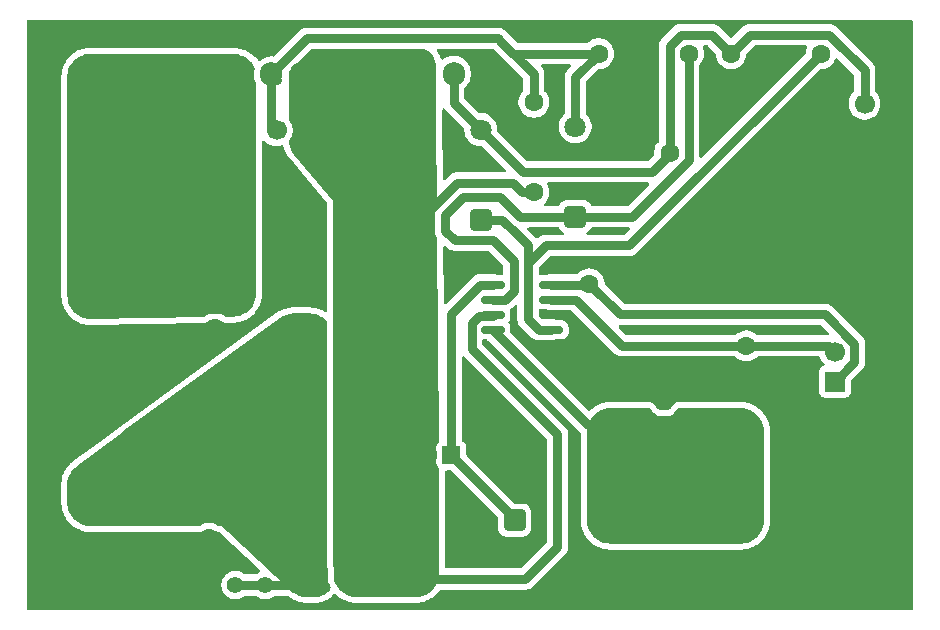
<source format=gbr>
%TF.GenerationSoftware,KiCad,Pcbnew,9.0.4*%
%TF.CreationDate,2025-09-12T15:13:19-03:00*%
%TF.ProjectId,buck_bidireccional,6275636b-5f62-4696-9469-72656363696f,rev?*%
%TF.SameCoordinates,Original*%
%TF.FileFunction,Copper,L2,Bot*%
%TF.FilePolarity,Positive*%
%FSLAX46Y46*%
G04 Gerber Fmt 4.6, Leading zero omitted, Abs format (unit mm)*
G04 Created by KiCad (PCBNEW 9.0.4) date 2025-09-12 15:13:19*
%MOMM*%
%LPD*%
G01*
G04 APERTURE LIST*
G04 Aperture macros list*
%AMRoundRect*
0 Rectangle with rounded corners*
0 $1 Rounding radius*
0 $2 $3 $4 $5 $6 $7 $8 $9 X,Y pos of 4 corners*
0 Add a 4 corners polygon primitive as box body*
4,1,4,$2,$3,$4,$5,$6,$7,$8,$9,$2,$3,0*
0 Add four circle primitives for the rounded corners*
1,1,$1+$1,$2,$3*
1,1,$1+$1,$4,$5*
1,1,$1+$1,$6,$7*
1,1,$1+$1,$8,$9*
0 Add four rect primitives between the rounded corners*
20,1,$1+$1,$2,$3,$4,$5,0*
20,1,$1+$1,$4,$5,$6,$7,0*
20,1,$1+$1,$6,$7,$8,$9,0*
20,1,$1+$1,$8,$9,$2,$3,0*%
G04 Aperture macros list end*
%TA.AperFunction,ComponentPad*%
%ADD10C,1.600000*%
%TD*%
%TA.AperFunction,ComponentPad*%
%ADD11RoundRect,0.250000X0.650000X-0.650000X0.650000X0.650000X-0.650000X0.650000X-0.650000X-0.650000X0*%
%TD*%
%TA.AperFunction,ComponentPad*%
%ADD12C,1.800000*%
%TD*%
%TA.AperFunction,ComponentPad*%
%ADD13RoundRect,0.250000X0.550000X0.550000X-0.550000X0.550000X-0.550000X-0.550000X0.550000X-0.550000X0*%
%TD*%
%TA.AperFunction,ComponentPad*%
%ADD14R,1.700000X1.700000*%
%TD*%
%TA.AperFunction,ComponentPad*%
%ADD15C,1.700000*%
%TD*%
%TA.AperFunction,SMDPad,CuDef*%
%ADD16RoundRect,0.150000X0.825000X0.150000X-0.825000X0.150000X-0.825000X-0.150000X0.825000X-0.150000X0*%
%TD*%
%TA.AperFunction,ComponentPad*%
%ADD17C,3.500000*%
%TD*%
%TA.AperFunction,ComponentPad*%
%ADD18RoundRect,0.250000X0.550000X-0.550000X0.550000X0.550000X-0.550000X0.550000X-0.550000X-0.550000X0*%
%TD*%
%TA.AperFunction,ComponentPad*%
%ADD19RoundRect,0.250000X-0.550000X0.550000X-0.550000X-0.550000X0.550000X-0.550000X0.550000X0.550000X0*%
%TD*%
%TA.AperFunction,ComponentPad*%
%ADD20RoundRect,0.250000X-0.650000X-0.650000X0.650000X-0.650000X0.650000X0.650000X-0.650000X0.650000X0*%
%TD*%
%TA.AperFunction,ComponentPad*%
%ADD21R,1.905000X2.000000*%
%TD*%
%TA.AperFunction,ComponentPad*%
%ADD22O,1.905000X2.000000*%
%TD*%
%TA.AperFunction,ComponentPad*%
%ADD23RoundRect,0.250000X-1.050000X1.050000X-1.050000X-1.050000X1.050000X-1.050000X1.050000X1.050000X0*%
%TD*%
%TA.AperFunction,ComponentPad*%
%ADD24C,2.600000*%
%TD*%
%TA.AperFunction,ComponentPad*%
%ADD25RoundRect,0.250000X-1.050000X-1.050000X1.050000X-1.050000X1.050000X1.050000X-1.050000X1.050000X0*%
%TD*%
%TA.AperFunction,ComponentPad*%
%ADD26C,1.400000*%
%TD*%
%TA.AperFunction,Conductor*%
%ADD27C,0.800000*%
%TD*%
G04 APERTURE END LIST*
D10*
%TO.P,R4,1*%
%TO.N,HO*%
X151000000Y-93130000D03*
%TO.P,R4,2*%
%TO.N,VS*%
X151000000Y-100750000D03*
%TD*%
D11*
%TO.P,D3,1,K*%
%TO.N,Net-(D3-K)*%
X146500000Y-103060000D03*
D12*
%TO.P,D3,2,A*%
%TO.N,LO*%
X146500000Y-95440000D03*
%TD*%
D13*
%TO.P,C3,1*%
%TO.N,Net-(D4-K)*%
X144000000Y-123000000D03*
D10*
%TO.P,C3,2*%
%TO.N,VS*%
X142000000Y-123000000D03*
%TD*%
D14*
%TO.P,Vgs_Q1,1,Pin_1*%
%TO.N,VS*%
X131775000Y-95500000D03*
D15*
%TO.P,Vgs_Q1,2,Pin_2*%
%TO.N,HO*%
X129235000Y-95500000D03*
%TD*%
D16*
%TO.P,U1,1,IN*%
%TO.N,Net-(PWM1-Pin_1)*%
X152475000Y-108570000D03*
%TO.P,U1,2,~{SD}*%
%TO.N,Net-(PWM1-Pin_2)*%
X152475000Y-109840000D03*
%TO.P,U1,3,COM*%
%TO.N,GND*%
X152475000Y-111110000D03*
%TO.P,U1,4,LO*%
%TO.N,Net-(D3-K)*%
X152475000Y-112380000D03*
%TO.P,U1,5,VCC*%
%TO.N,+12V*%
X147525000Y-112380000D03*
%TO.P,U1,6,VS*%
%TO.N,VS*%
X147525000Y-111110000D03*
%TO.P,U1,7,HO*%
%TO.N,Net-(D2-K)*%
X147525000Y-109840000D03*
%TO.P,U1,8,VB*%
%TO.N,Net-(D4-K)*%
X147525000Y-108570000D03*
%TD*%
D10*
%TO.P,R5,1*%
%TO.N,LO*%
X162500000Y-97380000D03*
%TO.P,R5,2*%
%TO.N,GND*%
X162500000Y-105000000D03*
%TD*%
%TO.P,R3,1*%
%TO.N,Net-(D2-K)*%
X164120000Y-89000000D03*
%TO.P,R3,2*%
%TO.N,HO*%
X156500000Y-89000000D03*
%TD*%
%TO.P,R2,1*%
%TO.N,Net-(D3-K)*%
X175310000Y-89000000D03*
%TO.P,R2,2*%
%TO.N,LO*%
X167690000Y-89000000D03*
%TD*%
D17*
%TO.P,L1,1,1*%
%TO.N,Net-(J2-Pin_1)*%
X130500000Y-114500000D03*
%TO.P,L1,2,2*%
%TO.N,VS*%
X137500000Y-114500000D03*
%TD*%
D18*
%TO.P,C4,1*%
%TO.N,+12V*%
X162000000Y-120455113D03*
D10*
%TO.P,C4,2*%
%TO.N,GND*%
X162000000Y-118455113D03*
%TD*%
D19*
%TO.P,C2,1*%
%TO.N,Net-(J2-Pin_1)*%
X123500000Y-128000000D03*
D10*
%TO.P,C2,2*%
%TO.N,GND*%
X123500000Y-130000000D03*
%TD*%
D14*
%TO.P,Vl1,1,Pin_1*%
%TO.N,Net-(J2-Pin_1)*%
X132725000Y-133500000D03*
D15*
%TO.P,Vl1,2,Pin_2*%
%TO.N,VS*%
X135265000Y-133500000D03*
%TD*%
D20*
%TO.P,D4,1,K*%
%TO.N,Net-(D4-K)*%
X149380000Y-128500000D03*
D12*
%TO.P,D4,2,A*%
%TO.N,+12V*%
X157000000Y-128500000D03*
%TD*%
D10*
%TO.P,R1,1*%
%TO.N,+12V*%
X169000000Y-121370000D03*
%TO.P,R1,2*%
%TO.N,Net-(PWM1-Pin_2)*%
X169000000Y-113750000D03*
%TD*%
D11*
%TO.P,D2,1,K*%
%TO.N,Net-(D2-K)*%
X154500000Y-102810000D03*
D12*
%TO.P,D2,2,A*%
%TO.N,HO*%
X154500000Y-95190000D03*
%TD*%
D21*
%TO.P,Q1,1,D*%
%TO.N,Net-(J3-Pin_1)*%
X126225000Y-90750000D03*
D22*
%TO.P,Q1,2,G*%
%TO.N,HO*%
X128765000Y-90750000D03*
%TO.P,Q1,3,S*%
%TO.N,VS*%
X131305000Y-90750000D03*
%TD*%
D21*
%TO.P,Q2,1,D*%
%TO.N,VS*%
X141670000Y-90700000D03*
D22*
%TO.P,Q2,2,G*%
%TO.N,LO*%
X144210000Y-90700000D03*
%TO.P,Q2,3,S*%
%TO.N,GND*%
X146750000Y-90700000D03*
%TD*%
D19*
%TO.P,C1,1*%
%TO.N,Net-(J3-Pin_1)*%
X124000000Y-110250000D03*
D10*
%TO.P,C1,2*%
%TO.N,GND*%
X124000000Y-112250000D03*
%TD*%
D23*
%TO.P,J3,1,Pin_1*%
%TO.N,Net-(J3-Pin_1)*%
X114250000Y-109750000D03*
D24*
%TO.P,J3,2,Pin_2*%
%TO.N,GND*%
X114250000Y-114830000D03*
%TD*%
%TO.P,Vcc1,2,Pin_2*%
%TO.N,GND*%
X173580000Y-128500000D03*
D25*
%TO.P,Vcc1,1,Pin_1*%
%TO.N,+12V*%
X168500000Y-128500000D03*
%TD*%
D14*
%TO.P,PWM1,1,Pin_1*%
%TO.N,Net-(PWM1-Pin_1)*%
X176500000Y-116775000D03*
D15*
%TO.P,PWM1,2,Pin_2*%
%TO.N,Net-(PWM1-Pin_2)*%
X176500000Y-114235000D03*
%TD*%
D23*
%TO.P,J2,1,Pin_1*%
%TO.N,Net-(J2-Pin_1)*%
X114305000Y-127045000D03*
D24*
%TO.P,J2,2,Pin_2*%
%TO.N,GND*%
X114305000Y-132125000D03*
%TD*%
D10*
%TO.P,R6,1*%
%TO.N,Net-(PWM1-Pin_1)*%
X155690000Y-108500000D03*
%TO.P,R6,2*%
%TO.N,GND*%
X163310000Y-108500000D03*
%TD*%
D14*
%TO.P,Vgs_Q2,1,Pin_1*%
%TO.N,GND*%
X179000000Y-95775000D03*
D15*
%TO.P,Vgs_Q2,2,Pin_2*%
%TO.N,LO*%
X179000000Y-93235000D03*
%TD*%
D26*
%TO.P,DQ1,1,1*%
%TO.N,Net-(J3-Pin_1)*%
X113000000Y-99520000D03*
X113000000Y-96980000D03*
%TD*%
%TO.P,IL1,1,1*%
%TO.N,Net-(J2-Pin_1)*%
X125730000Y-134000000D03*
X128270000Y-134000000D03*
%TD*%
%TO.P,DQ2,1,1*%
%TO.N,VS*%
X141770000Y-133500000D03*
X139230000Y-133500000D03*
%TD*%
D27*
%TO.N,HO*%
X149275794Y-89000000D02*
X148262897Y-87987103D01*
X156500000Y-89000000D02*
X149275794Y-89000000D01*
X147973794Y-87698001D02*
X148262897Y-87987103D01*
%TO.N,LO*%
X150060000Y-99000000D02*
X146500000Y-95440000D01*
X161000000Y-99000000D02*
X150060000Y-99000000D01*
X162500000Y-97500000D02*
X161000000Y-99000000D01*
X162500000Y-97380000D02*
X162500000Y-97500000D01*
X144210000Y-93150000D02*
X146500000Y-95440000D01*
X144210000Y-90700000D02*
X144210000Y-93150000D01*
%TO.N,VS*%
X151000000Y-100750000D02*
X150000000Y-100750000D01*
%TO.N,HO*%
X128765000Y-95030000D02*
X129235000Y-95500000D01*
X128765000Y-90750000D02*
X128765000Y-95030000D01*
X151000000Y-90724207D02*
X151000000Y-93130000D01*
X148262897Y-87987103D02*
X151000000Y-90724207D01*
X131816999Y-87698001D02*
X147973794Y-87698001D01*
X128765000Y-90750000D02*
X131816999Y-87698001D01*
X129235000Y-91220000D02*
X128765000Y-90750000D01*
X128765000Y-90445000D02*
X128765000Y-90397500D01*
%TO.N,Net-(PWM1-Pin_2)*%
X176015000Y-113750000D02*
X176500000Y-114235000D01*
X169000000Y-113750000D02*
X176015000Y-113750000D01*
X158500000Y-113750000D02*
X158250000Y-113500000D01*
X169000000Y-113750000D02*
X158500000Y-113750000D01*
X158250000Y-113500000D02*
X154590000Y-109840000D01*
X154590000Y-109840000D02*
X152475000Y-109840000D01*
%TO.N,Net-(PWM1-Pin_1)*%
X158279000Y-111089000D02*
X155690000Y-108500000D01*
X178151000Y-113551133D02*
X175688867Y-111089000D01*
X178151000Y-115124000D02*
X178151000Y-113551133D01*
X176500000Y-116775000D02*
X178151000Y-115124000D01*
X175688867Y-111089000D02*
X158279000Y-111089000D01*
%TO.N,Net-(J2-Pin_1)*%
X132225000Y-134000000D02*
X132725000Y-133500000D01*
X128270000Y-134000000D02*
X132225000Y-134000000D01*
X125730000Y-134000000D02*
X128270000Y-134000000D01*
%TO.N,Net-(D3-K)*%
X152001000Y-105250000D02*
X150501000Y-106750000D01*
X159060000Y-105250000D02*
X152001000Y-105250000D01*
X150501000Y-106750000D02*
X150501000Y-105212212D01*
X159060000Y-105250000D02*
X175310000Y-89000000D01*
%TO.N,VS*%
X149000000Y-133500000D02*
X141770000Y-133500000D01*
%TO.N,Net-(D4-K)*%
X149380000Y-128380000D02*
X144000000Y-123000000D01*
X147525000Y-108570000D02*
X146470926Y-108570000D01*
X144000000Y-111040926D02*
X144000000Y-123000000D01*
X149380000Y-128500000D02*
X149380000Y-128380000D01*
X146470926Y-108570000D02*
X144000000Y-111040926D01*
%TO.N,Net-(D2-K)*%
X154500000Y-102810000D02*
X159334156Y-102810000D01*
X143500000Y-104000000D02*
X143500000Y-102658000D01*
X143500000Y-102658000D02*
X145007999Y-101150001D01*
X148135845Y-101150001D02*
X149795844Y-102810000D01*
X149795844Y-102810000D02*
X154500000Y-102810000D01*
X145007999Y-101150001D02*
X148135845Y-101150001D01*
X147511130Y-104800000D02*
X144300000Y-104800000D01*
X148579074Y-109840000D02*
X149301000Y-109118074D01*
X149301000Y-109118074D02*
X149301000Y-106589870D01*
X147525000Y-109840000D02*
X148579074Y-109840000D01*
X159334156Y-102810000D02*
X164120000Y-98024156D01*
X144300000Y-104800000D02*
X143500000Y-104000000D01*
X154500000Y-102810000D02*
X154011000Y-103299000D01*
X149301000Y-106589870D02*
X147511130Y-104800000D01*
X164120000Y-98024156D02*
X164120000Y-89000000D01*
%TO.N,Net-(D3-K)*%
X150501000Y-105212212D02*
X149519394Y-104230606D01*
X148348788Y-103060000D02*
X149519394Y-104230606D01*
X151420926Y-112380000D02*
X150501000Y-111460074D01*
X150501000Y-111460074D02*
X150501000Y-106750000D01*
X152475000Y-112380000D02*
X151420926Y-112380000D01*
X146500000Y-103060000D02*
X148348788Y-103060000D01*
%TO.N,+12V*%
X155576113Y-120455113D02*
X162000000Y-120455113D01*
X147525000Y-112404000D02*
X155576113Y-120455113D01*
%TO.N,VS*%
X147525000Y-111202000D02*
X146378926Y-111202000D01*
X144510943Y-99950001D02*
X137500000Y-106960944D01*
X153000000Y-130750000D02*
X150250000Y-133500000D01*
X150000000Y-100750000D02*
X149200001Y-99950001D01*
X145749000Y-111831926D02*
X145749000Y-113999000D01*
X145749000Y-113999000D02*
X153000000Y-121250000D01*
X137500000Y-106960944D02*
X137500000Y-114500000D01*
X150250000Y-133500000D02*
X149000000Y-133500000D01*
X149200001Y-99950001D02*
X144510943Y-99950001D01*
X146378926Y-111202000D02*
X145749000Y-111831926D01*
X153000000Y-121250000D02*
X153000000Y-130750000D01*
%TO.N,HO*%
X154500000Y-95190000D02*
X154500000Y-91000000D01*
X154500000Y-91000000D02*
X156500000Y-89000000D01*
%TO.N,LO*%
X166089000Y-87399000D02*
X163456844Y-87399000D01*
X179000000Y-90425844D02*
X175973156Y-87399000D01*
X163456844Y-87399000D02*
X162500000Y-88355844D01*
X175973156Y-87399000D02*
X169291000Y-87399000D01*
X162500000Y-88355844D02*
X162500000Y-97380000D01*
X179000000Y-93235000D02*
X179000000Y-90425844D01*
X169291000Y-87399000D02*
X167690000Y-89000000D01*
X167690000Y-89000000D02*
X166089000Y-87399000D01*
%TO.N,Net-(PWM1-Pin_1)*%
X155620000Y-108570000D02*
X155690000Y-108500000D01*
X152475000Y-108570000D02*
X155620000Y-108570000D01*
%TD*%
%TA.AperFunction,Conductor*%
%TO.N,VS*%
G36*
X141695734Y-88607940D02*
G01*
X141853720Y-88673380D01*
X141871057Y-88682214D01*
X142071832Y-88805249D01*
X142087565Y-88816679D01*
X142266640Y-88969623D01*
X142280376Y-88983359D01*
X142433318Y-89162432D01*
X142444750Y-89178167D01*
X142567785Y-89378942D01*
X142576619Y-89396279D01*
X142666732Y-89613830D01*
X142672745Y-89632336D01*
X142727715Y-89861303D01*
X142730759Y-89880521D01*
X142749618Y-90120146D01*
X142750000Y-90129875D01*
X142750000Y-91750000D01*
X142750000Y-94750000D01*
X142750065Y-94758083D01*
X142750066Y-94758130D01*
X142809205Y-102032360D01*
X142803891Y-102051014D01*
X142803548Y-102070406D01*
X142790743Y-102097179D01*
X142790066Y-102099557D01*
X142788320Y-102102246D01*
X142783483Y-102109487D01*
X142783474Y-102109500D01*
X142701985Y-102231455D01*
X142668046Y-102313393D01*
X142634106Y-102395330D01*
X142634103Y-102395342D01*
X142622417Y-102454093D01*
X142599500Y-102569304D01*
X142599500Y-104088696D01*
X142634103Y-104262658D01*
X142634106Y-104262670D01*
X142650693Y-104302713D01*
X142701985Y-104426544D01*
X142701986Y-104426546D01*
X142701987Y-104426547D01*
X142724674Y-104460500D01*
X142800536Y-104574036D01*
X142803508Y-104577008D01*
X142809223Y-104585454D01*
X142818180Y-104613488D01*
X142829689Y-104640583D01*
X142830377Y-104651664D01*
X142830488Y-104652009D01*
X142830415Y-104652277D01*
X142830519Y-104653935D01*
X142970049Y-121816206D01*
X142950910Y-121883403D01*
X142933736Y-121904894D01*
X142857289Y-121981343D01*
X142765187Y-122130663D01*
X142765186Y-122130666D01*
X142710001Y-122297203D01*
X142710001Y-122297204D01*
X142710000Y-122297204D01*
X142699500Y-122399983D01*
X142699500Y-123600001D01*
X142699501Y-123600018D01*
X142710000Y-123702796D01*
X142710001Y-123702799D01*
X142765185Y-123869331D01*
X142765187Y-123869336D01*
X142857289Y-124018657D01*
X142953124Y-124114492D01*
X142986609Y-124175815D01*
X142989439Y-124201165D01*
X142999934Y-125491870D01*
X142999936Y-125492146D01*
X142999981Y-125499766D01*
X142999983Y-125500231D01*
X143000000Y-125508122D01*
X143000000Y-132995572D01*
X142999684Y-133004418D01*
X142980275Y-133275785D01*
X142977757Y-133293297D01*
X142920872Y-133554794D01*
X142915888Y-133571770D01*
X142822361Y-133822524D01*
X142815011Y-133838617D01*
X142686758Y-134073496D01*
X142677193Y-134088380D01*
X142516811Y-134302624D01*
X142505225Y-134315994D01*
X142315994Y-134505225D01*
X142302624Y-134516811D01*
X142088380Y-134677193D01*
X142073496Y-134686758D01*
X141838617Y-134815011D01*
X141822524Y-134822361D01*
X141571770Y-134915888D01*
X141554794Y-134920872D01*
X141293297Y-134977757D01*
X141275785Y-134980275D01*
X141004418Y-134999684D01*
X140995572Y-135000000D01*
X136004428Y-135000000D01*
X135995582Y-134999684D01*
X135724214Y-134980275D01*
X135706702Y-134977757D01*
X135445205Y-134920872D01*
X135428229Y-134915888D01*
X135177475Y-134822361D01*
X135161382Y-134815011D01*
X134926503Y-134686758D01*
X134911619Y-134677193D01*
X134697375Y-134516811D01*
X134684005Y-134505225D01*
X134494774Y-134315994D01*
X134483188Y-134302624D01*
X134322802Y-134088375D01*
X134313244Y-134073501D01*
X134184987Y-133838616D01*
X134177638Y-133822524D01*
X134084112Y-133571772D01*
X134084111Y-133571770D01*
X134084110Y-133571767D01*
X134079124Y-133554779D01*
X134078329Y-133551122D01*
X134075499Y-133524785D01*
X134075499Y-132602128D01*
X134069091Y-132542517D01*
X134018796Y-132407669D01*
X134018793Y-132407665D01*
X134015168Y-132401026D01*
X134000000Y-132341598D01*
X134000000Y-101500000D01*
X133537472Y-100944966D01*
X133537460Y-100944951D01*
X132125000Y-99250000D01*
X130716309Y-97559571D01*
X130711028Y-97552766D01*
X130556083Y-97338126D01*
X130547000Y-97323502D01*
X130425287Y-97093276D01*
X130418325Y-97077555D01*
X130329664Y-96832670D01*
X130324943Y-96816117D01*
X130271061Y-96561347D01*
X130268676Y-96544297D01*
X130261048Y-96434679D01*
X130276031Y-96366438D01*
X130284418Y-96353207D01*
X130390051Y-96207816D01*
X130486557Y-96018412D01*
X130552246Y-95816243D01*
X130585500Y-95606287D01*
X130585500Y-95393713D01*
X130552246Y-95183757D01*
X130486557Y-94981588D01*
X130390051Y-94792184D01*
X130390049Y-94792181D01*
X130390048Y-94792179D01*
X130273682Y-94632013D01*
X130250202Y-94566206D01*
X130250000Y-94559128D01*
X130250000Y-90589861D01*
X130269685Y-90522822D01*
X130286319Y-90502180D01*
X132153679Y-88634820D01*
X132215002Y-88601335D01*
X132241360Y-88598501D01*
X141648281Y-88598501D01*
X141695734Y-88607940D01*
G37*
%TD.AperFunction*%
%TD*%
%TA.AperFunction,Conductor*%
%TO.N,Net-(J3-Pin_1)*%
G36*
X125504418Y-89000316D02*
G01*
X125775790Y-89019724D01*
X125793291Y-89022241D01*
X126054803Y-89079129D01*
X126071762Y-89084108D01*
X126322524Y-89177638D01*
X126338616Y-89184987D01*
X126573501Y-89313244D01*
X126588375Y-89322802D01*
X126802624Y-89483188D01*
X126815994Y-89494774D01*
X127005225Y-89684005D01*
X127016811Y-89697375D01*
X127177193Y-89911619D01*
X127186758Y-89926503D01*
X127315013Y-90161385D01*
X127322363Y-90177478D01*
X127352918Y-90259399D01*
X127357902Y-90329091D01*
X127354668Y-90341049D01*
X127347778Y-90362253D01*
X127347776Y-90362261D01*
X127312000Y-90588146D01*
X127312000Y-90911853D01*
X127347778Y-91137746D01*
X127347778Y-91137749D01*
X127418450Y-91355255D01*
X127486485Y-91488780D01*
X127500000Y-91545075D01*
X127500000Y-109276626D01*
X127499690Y-109285384D01*
X127480665Y-109554063D01*
X127478197Y-109571405D01*
X127422427Y-109830432D01*
X127417540Y-109847253D01*
X127325825Y-110095841D01*
X127318616Y-110111805D01*
X127192794Y-110344980D01*
X127183408Y-110359770D01*
X127025976Y-110572900D01*
X127014600Y-110586218D01*
X126828714Y-110775032D01*
X126815573Y-110786616D01*
X126604937Y-110947351D01*
X126590297Y-110956967D01*
X126359107Y-111086423D01*
X126343257Y-111093880D01*
X126096135Y-111189465D01*
X126079398Y-111194613D01*
X125884478Y-111239779D01*
X125821271Y-111254425D01*
X125803969Y-111257163D01*
X125535624Y-111280382D01*
X125526872Y-111280829D01*
X124932482Y-111290115D01*
X124865143Y-111271480D01*
X124850011Y-111260418D01*
X124847216Y-111258031D01*
X124681613Y-111137715D01*
X124681612Y-111137714D01*
X124681610Y-111137713D01*
X124595583Y-111093880D01*
X124499223Y-111044781D01*
X124304534Y-110981522D01*
X124129995Y-110953878D01*
X124102352Y-110949500D01*
X123897648Y-110949500D01*
X123873329Y-110953351D01*
X123695465Y-110981522D01*
X123500776Y-111044781D01*
X123318386Y-111137715D01*
X123152781Y-111258033D01*
X123152774Y-111258039D01*
X123127454Y-111283358D01*
X123066130Y-111316841D01*
X123041713Y-111319659D01*
X113535708Y-111468191D01*
X113526771Y-111468008D01*
X113252462Y-111452497D01*
X113234741Y-111450206D01*
X112969884Y-111396322D01*
X112952678Y-111391508D01*
X112922138Y-111380535D01*
X112698316Y-111300118D01*
X112681997Y-111292889D01*
X112443405Y-111165888D01*
X112428281Y-111156379D01*
X112210429Y-110996414D01*
X112196826Y-110984829D01*
X112004218Y-110795207D01*
X111992427Y-110781793D01*
X111829071Y-110566458D01*
X111819336Y-110551498D01*
X111688619Y-110314910D01*
X111681134Y-110298701D01*
X111585779Y-110045794D01*
X111580701Y-110028681D01*
X111522683Y-109764687D01*
X111520118Y-109747020D01*
X111500322Y-109472962D01*
X111500000Y-109464029D01*
X111500000Y-91004427D01*
X111500316Y-90995581D01*
X111519724Y-90724214D01*
X111522240Y-90706710D01*
X111579130Y-90445192D01*
X111584107Y-90428241D01*
X111677640Y-90177470D01*
X111684987Y-90161385D01*
X111813248Y-89926491D01*
X111822798Y-89911630D01*
X111983195Y-89697366D01*
X111994767Y-89684012D01*
X112184012Y-89494767D01*
X112197366Y-89483195D01*
X112411630Y-89322798D01*
X112426491Y-89313248D01*
X112661388Y-89184985D01*
X112677470Y-89177640D01*
X112928241Y-89084107D01*
X112945192Y-89079130D01*
X113206710Y-89022240D01*
X113224207Y-89019724D01*
X113495582Y-89000316D01*
X113504428Y-89000000D01*
X125495572Y-89000000D01*
X125504418Y-89000316D01*
G37*
%TD.AperFunction*%
%TD*%
%TA.AperFunction,Conductor*%
%TO.N,Net-(J2-Pin_1)*%
G36*
X132004418Y-111000316D02*
G01*
X132275790Y-111019724D01*
X132293291Y-111022241D01*
X132554803Y-111079129D01*
X132571762Y-111084108D01*
X132822524Y-111177638D01*
X132838616Y-111184987D01*
X133073501Y-111313244D01*
X133088375Y-111322802D01*
X133302624Y-111483188D01*
X133315994Y-111494774D01*
X133458181Y-111636961D01*
X133491666Y-111698284D01*
X133494500Y-111724642D01*
X133494500Y-132341601D01*
X133510202Y-132466611D01*
X133510203Y-132466617D01*
X133525370Y-132526041D01*
X133525371Y-132526044D01*
X133527573Y-132531640D01*
X133529169Y-132535927D01*
X133546058Y-132583988D01*
X133545167Y-132584321D01*
X133562598Y-132631056D01*
X133562986Y-132632160D01*
X133563151Y-132635314D01*
X133569999Y-132673270D01*
X133569999Y-133524785D01*
X133571503Y-133552868D01*
X133572892Y-133578804D01*
X133575719Y-133605104D01*
X133575725Y-133605149D01*
X133584362Y-133658483D01*
X133584364Y-133658497D01*
X133585163Y-133662173D01*
X133594078Y-133697120D01*
X133599073Y-133714139D01*
X133610477Y-133748409D01*
X133704017Y-133999198D01*
X133717820Y-134032521D01*
X133725159Y-134048591D01*
X133741324Y-134080884D01*
X133780674Y-134152948D01*
X133783257Y-134164821D01*
X133790043Y-134174900D01*
X133790544Y-134198323D01*
X133795526Y-134221221D01*
X133791316Y-134234335D01*
X133791540Y-134244753D01*
X133777570Y-134277165D01*
X133718622Y-134373360D01*
X133707184Y-134389102D01*
X133566997Y-134553239D01*
X133553238Y-134566997D01*
X133389096Y-134707187D01*
X133373355Y-134718624D01*
X133189308Y-134831409D01*
X133171971Y-134840243D01*
X132972541Y-134922850D01*
X132954035Y-134928863D01*
X132744142Y-134979254D01*
X132724924Y-134982298D01*
X132504854Y-134999618D01*
X132495125Y-135000000D01*
X131786597Y-135000000D01*
X131777362Y-134999656D01*
X131494132Y-134978504D01*
X131475868Y-134975760D01*
X131203464Y-134913807D01*
X131185809Y-134908382D01*
X130925610Y-134806648D01*
X130908958Y-134798660D01*
X130666763Y-134659411D01*
X130651482Y-134649038D01*
X130429043Y-134472492D01*
X130422023Y-134466482D01*
X127750000Y-132000000D01*
X125072983Y-129528907D01*
X125072975Y-129528900D01*
X124500000Y-129000000D01*
X124376450Y-129000000D01*
X124309411Y-128980315D01*
X124303565Y-128976318D01*
X124181613Y-128887715D01*
X124181612Y-128887714D01*
X124181610Y-128887713D01*
X124124653Y-128858691D01*
X123999223Y-128794781D01*
X123804534Y-128731522D01*
X123629995Y-128703878D01*
X123602352Y-128699500D01*
X123397648Y-128699500D01*
X123373329Y-128703351D01*
X123195465Y-128731522D01*
X123000776Y-128794781D01*
X122818386Y-128887715D01*
X122696435Y-128976318D01*
X122630629Y-128999798D01*
X122623550Y-129000000D01*
X113504428Y-129000000D01*
X113495582Y-128999684D01*
X113224214Y-128980275D01*
X113206702Y-128977757D01*
X112945205Y-128920872D01*
X112928229Y-128915888D01*
X112677475Y-128822361D01*
X112661382Y-128815011D01*
X112426503Y-128686758D01*
X112411619Y-128677193D01*
X112197375Y-128516811D01*
X112184005Y-128505225D01*
X111994774Y-128315994D01*
X111983188Y-128302624D01*
X111822802Y-128088375D01*
X111813244Y-128073501D01*
X111684987Y-127838616D01*
X111677638Y-127822524D01*
X111584108Y-127571762D01*
X111579129Y-127554803D01*
X111522241Y-127293291D01*
X111519724Y-127275785D01*
X111500316Y-127004418D01*
X111500000Y-126995572D01*
X111500000Y-125514759D01*
X111500277Y-125506477D01*
X111517290Y-125252319D01*
X111519497Y-125235913D01*
X111569406Y-124990361D01*
X111573776Y-124974409D01*
X111655971Y-124737689D01*
X111662429Y-124722459D01*
X111775445Y-124498801D01*
X111783870Y-124484576D01*
X111925691Y-124277973D01*
X111935940Y-124264995D01*
X112104028Y-124079141D01*
X112115913Y-124067647D01*
X112310453Y-123903166D01*
X112316914Y-123898063D01*
X116244984Y-121003696D01*
X116250006Y-121000008D01*
X116255039Y-120996335D01*
X129470097Y-111385383D01*
X129478159Y-111379991D01*
X129733431Y-111223413D01*
X129750755Y-111214577D01*
X130022866Y-111101771D01*
X130041362Y-111095756D01*
X130327780Y-111026939D01*
X130346992Y-111023894D01*
X130645505Y-111000382D01*
X130655241Y-111000000D01*
X131995572Y-111000000D01*
X132004418Y-111000316D01*
G37*
%TD.AperFunction*%
%TD*%
%TA.AperFunction,Conductor*%
%TO.N,+12V*%
G36*
X160809101Y-119019685D02*
G01*
X160852547Y-119067706D01*
X160887713Y-119136724D01*
X161008028Y-119302326D01*
X161152786Y-119447084D01*
X161307749Y-119559669D01*
X161318390Y-119567400D01*
X161434607Y-119626616D01*
X161500776Y-119660331D01*
X161500778Y-119660331D01*
X161500781Y-119660333D01*
X161605137Y-119694240D01*
X161695465Y-119723590D01*
X161796557Y-119739601D01*
X161897648Y-119755613D01*
X161897649Y-119755613D01*
X162102351Y-119755613D01*
X162102352Y-119755613D01*
X162304534Y-119723590D01*
X162499219Y-119660333D01*
X162681610Y-119567400D01*
X162797519Y-119483188D01*
X162847213Y-119447084D01*
X162847215Y-119447081D01*
X162847219Y-119447079D01*
X162991966Y-119302332D01*
X162991968Y-119302328D01*
X162991971Y-119302326D01*
X163112286Y-119136724D01*
X163147453Y-119067706D01*
X163195427Y-119016909D01*
X163257938Y-119000000D01*
X168495572Y-119000000D01*
X168504418Y-119000316D01*
X168775790Y-119019724D01*
X168793291Y-119022241D01*
X169054803Y-119079129D01*
X169071762Y-119084108D01*
X169322524Y-119177638D01*
X169338616Y-119184987D01*
X169573501Y-119313244D01*
X169588375Y-119322802D01*
X169754395Y-119447084D01*
X169802624Y-119483188D01*
X169815994Y-119494774D01*
X170005225Y-119684005D01*
X170016811Y-119697375D01*
X170177193Y-119911619D01*
X170186758Y-119926503D01*
X170315011Y-120161382D01*
X170322361Y-120177475D01*
X170415888Y-120428229D01*
X170420872Y-120445205D01*
X170477757Y-120706702D01*
X170480275Y-120724214D01*
X170499684Y-120995581D01*
X170500000Y-121004427D01*
X170500000Y-128495572D01*
X170499684Y-128504418D01*
X170480275Y-128775785D01*
X170477757Y-128793297D01*
X170420872Y-129054794D01*
X170415888Y-129071770D01*
X170322361Y-129322524D01*
X170315011Y-129338617D01*
X170186758Y-129573496D01*
X170177193Y-129588380D01*
X170016811Y-129802624D01*
X170005225Y-129815994D01*
X169815994Y-130005225D01*
X169802624Y-130016811D01*
X169588380Y-130177193D01*
X169573496Y-130186758D01*
X169338617Y-130315011D01*
X169322524Y-130322361D01*
X169071770Y-130415888D01*
X169054794Y-130420872D01*
X168793297Y-130477757D01*
X168775785Y-130480275D01*
X168504418Y-130499684D01*
X168495572Y-130500000D01*
X157504428Y-130500000D01*
X157495582Y-130499684D01*
X157224214Y-130480275D01*
X157206702Y-130477757D01*
X156945205Y-130420872D01*
X156928229Y-130415888D01*
X156677475Y-130322361D01*
X156661382Y-130315011D01*
X156426503Y-130186758D01*
X156411619Y-130177193D01*
X156197375Y-130016811D01*
X156184005Y-130005225D01*
X155994774Y-129815994D01*
X155983188Y-129802624D01*
X155822802Y-129588375D01*
X155813244Y-129573501D01*
X155684987Y-129338616D01*
X155677638Y-129322524D01*
X155584108Y-129071762D01*
X155579129Y-129054803D01*
X155522241Y-128793291D01*
X155519724Y-128775785D01*
X155500316Y-128504418D01*
X155500000Y-128495572D01*
X155500000Y-121004427D01*
X155500316Y-120995581D01*
X155519724Y-120724214D01*
X155522240Y-120706710D01*
X155579130Y-120445192D01*
X155584107Y-120428241D01*
X155677640Y-120177470D01*
X155684985Y-120161388D01*
X155813248Y-119926491D01*
X155822798Y-119911630D01*
X155983195Y-119697366D01*
X155994767Y-119684012D01*
X156184012Y-119494767D01*
X156197366Y-119483195D01*
X156411630Y-119322798D01*
X156426491Y-119313248D01*
X156661388Y-119184985D01*
X156677470Y-119177640D01*
X156928241Y-119084107D01*
X156945192Y-119079130D01*
X157206710Y-119022240D01*
X157224207Y-119019724D01*
X157495582Y-119000316D01*
X157504428Y-119000000D01*
X160742062Y-119000000D01*
X160809101Y-119019685D01*
G37*
%TD.AperFunction*%
%TD*%
%TA.AperFunction,Conductor*%
%TO.N,GND*%
G36*
X160737833Y-99920185D02*
G01*
X160783588Y-99972989D01*
X160793532Y-100042147D01*
X160764507Y-100105703D01*
X160758475Y-100112181D01*
X158997475Y-101873181D01*
X158936152Y-101906666D01*
X158909794Y-101909500D01*
X155945908Y-101909500D01*
X155878869Y-101889815D01*
X155840363Y-101845728D01*
X155838605Y-101846813D01*
X155834814Y-101840666D01*
X155742712Y-101691344D01*
X155618656Y-101567288D01*
X155469334Y-101475186D01*
X155302797Y-101420001D01*
X155302795Y-101420000D01*
X155200010Y-101409500D01*
X153799998Y-101409500D01*
X153799981Y-101409501D01*
X153697203Y-101420000D01*
X153697200Y-101420001D01*
X153530668Y-101475185D01*
X153530663Y-101475187D01*
X153381342Y-101567289D01*
X153257289Y-101691342D01*
X153244159Y-101712629D01*
X153167441Y-101837011D01*
X153161395Y-101846813D01*
X153159600Y-101845706D01*
X153120313Y-101890337D01*
X153054092Y-101909500D01*
X151979047Y-101909500D01*
X151912008Y-101889815D01*
X151866253Y-101837011D01*
X151856309Y-101767853D01*
X151885334Y-101704297D01*
X151891366Y-101697819D01*
X151940659Y-101648526D01*
X151991966Y-101597219D01*
X151991968Y-101597215D01*
X151991971Y-101597213D01*
X152044732Y-101524590D01*
X152112287Y-101431610D01*
X152205220Y-101249219D01*
X152268477Y-101054534D01*
X152300500Y-100852352D01*
X152300500Y-100647648D01*
X152268477Y-100445466D01*
X152205220Y-100250781D01*
X152205218Y-100250778D01*
X152205218Y-100250776D01*
X152118608Y-100080795D01*
X152105712Y-100012126D01*
X152131988Y-99947385D01*
X152189095Y-99907128D01*
X152229093Y-99900500D01*
X160670794Y-99900500D01*
X160737833Y-99920185D01*
G37*
%TD.AperFunction*%
%TD*%
%TA.AperFunction,NonConductor*%
G36*
X183042539Y-86157443D02*
G01*
X183088294Y-86210247D01*
X183099500Y-86261758D01*
X183099500Y-136012758D01*
X183079815Y-136079797D01*
X183027011Y-136125552D01*
X182975500Y-136136758D01*
X108224500Y-136136758D01*
X108157461Y-136117073D01*
X108111706Y-136064269D01*
X108100500Y-136012758D01*
X108100500Y-91004407D01*
X110994500Y-91004407D01*
X110994500Y-109464024D01*
X110994828Y-109482261D01*
X110995148Y-109491125D01*
X110996137Y-109509393D01*
X111015932Y-109783439D01*
X111019863Y-109819654D01*
X111022428Y-109837322D01*
X111028962Y-109873179D01*
X111086983Y-110137189D01*
X111096085Y-110172482D01*
X111101165Y-110189601D01*
X111112780Y-110224125D01*
X111208137Y-110477040D01*
X111222203Y-110510626D01*
X111229688Y-110526835D01*
X111246161Y-110559372D01*
X111376878Y-110795960D01*
X111376888Y-110795977D01*
X111376891Y-110795982D01*
X111395636Y-110827195D01*
X111395643Y-110827206D01*
X111395645Y-110827209D01*
X111405380Y-110842169D01*
X111426342Y-110871973D01*
X111458632Y-110914537D01*
X111589692Y-111087302D01*
X111608226Y-111109986D01*
X111612754Y-111115528D01*
X111619667Y-111123393D01*
X111624542Y-111128939D01*
X111649585Y-111155437D01*
X111660132Y-111165820D01*
X111842187Y-111345053D01*
X111861316Y-111362573D01*
X111869080Y-111369684D01*
X111882671Y-111381259D01*
X111911235Y-111403862D01*
X112069941Y-111520396D01*
X112129095Y-111563832D01*
X112159218Y-111584322D01*
X112159227Y-111584327D01*
X112159229Y-111584329D01*
X112174328Y-111593823D01*
X112174342Y-111593831D01*
X112205884Y-111612110D01*
X112444476Y-111739111D01*
X112477259Y-111755071D01*
X112477276Y-111755078D01*
X112477277Y-111755079D01*
X112493568Y-111762296D01*
X112527404Y-111775849D01*
X112781734Y-111867227D01*
X112781738Y-111867228D01*
X112781754Y-111867234D01*
X112816477Y-111878313D01*
X112816485Y-111878315D01*
X112816500Y-111878320D01*
X112833667Y-111883123D01*
X112833679Y-111883125D01*
X112833683Y-111883127D01*
X112869107Y-111891675D01*
X113133964Y-111945559D01*
X113133970Y-111945560D01*
X113133980Y-111945562D01*
X113169910Y-111951531D01*
X113169914Y-111951531D01*
X113169929Y-111951534D01*
X113187650Y-111953825D01*
X113223924Y-111957191D01*
X113498233Y-111972702D01*
X113516422Y-111973402D01*
X113525359Y-111973585D01*
X113543606Y-111973629D01*
X123049611Y-111825097D01*
X123094813Y-111822143D01*
X123099671Y-111821826D01*
X123111846Y-111820420D01*
X123124086Y-111819008D01*
X123173567Y-111810792D01*
X123308377Y-111760515D01*
X123369701Y-111727032D01*
X123449508Y-111667292D01*
X123450750Y-111666376D01*
X123575440Y-111575784D01*
X123592032Y-111565619D01*
X123595110Y-111564050D01*
X123595198Y-111564006D01*
X123635705Y-111554283D01*
X123641238Y-111552310D01*
X123642605Y-111552627D01*
X123651476Y-111550499D01*
X124348519Y-111550499D01*
X124404825Y-111564020D01*
X124407984Y-111565630D01*
X124424562Y-111575790D01*
X124544136Y-111662664D01*
X124548160Y-111665715D01*
X124551681Y-111668499D01*
X124566821Y-111679567D01*
X124587956Y-111693822D01*
X124598525Y-111700951D01*
X124730321Y-111758669D01*
X124797660Y-111777304D01*
X124940378Y-111795553D01*
X125534768Y-111786267D01*
X125552656Y-111785671D01*
X125561408Y-111785224D01*
X125579200Y-111784000D01*
X125579210Y-111783999D01*
X125579241Y-111783997D01*
X125847526Y-111760783D01*
X125847535Y-111760781D01*
X125847545Y-111760781D01*
X125882980Y-111756450D01*
X125900282Y-111753712D01*
X125935380Y-111746877D01*
X126086255Y-111711917D01*
X126193486Y-111687070D01*
X126193489Y-111687069D01*
X126193507Y-111687065D01*
X126228010Y-111677774D01*
X126244747Y-111672626D01*
X126278493Y-111660926D01*
X126525615Y-111565341D01*
X126558454Y-111551286D01*
X126574304Y-111543829D01*
X126606081Y-111527483D01*
X126837271Y-111398027D01*
X126867814Y-111379477D01*
X126882454Y-111369861D01*
X126911594Y-111349211D01*
X127122230Y-111188476D01*
X127149844Y-111165816D01*
X127162985Y-111154232D01*
X127188939Y-111129671D01*
X127374825Y-110940857D01*
X127398966Y-110914537D01*
X127410342Y-110901219D01*
X127432577Y-110873243D01*
X127590009Y-110660113D01*
X127605444Y-110637592D01*
X127610206Y-110630645D01*
X127616294Y-110621052D01*
X127619602Y-110615840D01*
X127637660Y-110585031D01*
X127763482Y-110351856D01*
X127779320Y-110319849D01*
X127786529Y-110303885D01*
X127800077Y-110270813D01*
X127891792Y-110022225D01*
X127902968Y-109988284D01*
X127907855Y-109971463D01*
X127916603Y-109936831D01*
X127972373Y-109677804D01*
X127978654Y-109642627D01*
X127981122Y-109625285D01*
X127984902Y-109589768D01*
X128003927Y-109321089D01*
X128004874Y-109303266D01*
X128005184Y-109294508D01*
X128005500Y-109276626D01*
X128005500Y-96479758D01*
X128025185Y-96412719D01*
X128077989Y-96366964D01*
X128147147Y-96357020D01*
X128210703Y-96386045D01*
X128217181Y-96392077D01*
X128355213Y-96530109D01*
X128527179Y-96655048D01*
X128527181Y-96655049D01*
X128527184Y-96655051D01*
X128716588Y-96751557D01*
X128918757Y-96817246D01*
X129128713Y-96850500D01*
X129128714Y-96850500D01*
X129341286Y-96850500D01*
X129341287Y-96850500D01*
X129551243Y-96817246D01*
X129660851Y-96781631D01*
X129730690Y-96779637D01*
X129790523Y-96815717D01*
X129820483Y-96873904D01*
X129830385Y-96920724D01*
X129838821Y-96954741D01*
X129843551Y-96971326D01*
X129854349Y-97004734D01*
X129943022Y-97249653D01*
X129956115Y-97282230D01*
X129956120Y-97282241D01*
X129963082Y-97297962D01*
X129963087Y-97297972D01*
X129978399Y-97329541D01*
X130100101Y-97559746D01*
X130117590Y-97590220D01*
X130126667Y-97604834D01*
X130144984Y-97632157D01*
X130146219Y-97634000D01*
X130205874Y-97716638D01*
X130301189Y-97848675D01*
X130311648Y-97862645D01*
X130311676Y-97862682D01*
X130316957Y-97869487D01*
X130327973Y-97883184D01*
X130327995Y-97883211D01*
X131385309Y-99151987D01*
X133465759Y-101648527D01*
X133493555Y-101712629D01*
X133494500Y-101727909D01*
X133494500Y-110758185D01*
X133474815Y-110825224D01*
X133422011Y-110870979D01*
X133352853Y-110880923D01*
X133311073Y-110867017D01*
X133080884Y-110741324D01*
X133048591Y-110725159D01*
X133032521Y-110717820D01*
X132999198Y-110704017D01*
X132828903Y-110640500D01*
X132748417Y-110610480D01*
X132748411Y-110610478D01*
X132748395Y-110610472D01*
X132714171Y-110599082D01*
X132697208Y-110594102D01*
X132662246Y-110585178D01*
X132400747Y-110528294D01*
X132400744Y-110528293D01*
X132400742Y-110528293D01*
X132392518Y-110526809D01*
X132365261Y-110521890D01*
X132347748Y-110519371D01*
X132322607Y-110516668D01*
X132311850Y-110515512D01*
X132311841Y-110515511D01*
X132311838Y-110515511D01*
X132040468Y-110496103D01*
X132022497Y-110495139D01*
X132013574Y-110494820D01*
X131995591Y-110494500D01*
X131995572Y-110494500D01*
X130655241Y-110494500D01*
X130655237Y-110494500D01*
X130635434Y-110494888D01*
X130625683Y-110495271D01*
X130609637Y-110496217D01*
X130605813Y-110496443D01*
X130605810Y-110496443D01*
X130605797Y-110496444D01*
X130307295Y-110519955D01*
X130267863Y-110524625D01*
X130248660Y-110527668D01*
X130209691Y-110535426D01*
X130209686Y-110535427D01*
X129923268Y-110604244D01*
X129901203Y-110610472D01*
X129885019Y-110615040D01*
X129866531Y-110621052D01*
X129829286Y-110634805D01*
X129672983Y-110699602D01*
X129572342Y-110741324D01*
X129557164Y-110747616D01*
X129521086Y-110764263D01*
X129503749Y-110773106D01*
X129469120Y-110792517D01*
X129213868Y-110949083D01*
X129197117Y-110959817D01*
X129189075Y-110965194D01*
X129172763Y-110976575D01*
X115957689Y-120587539D01*
X115957048Y-120588007D01*
X115952015Y-120591680D01*
X115951237Y-120592249D01*
X115950690Y-120592650D01*
X115945814Y-120596230D01*
X115945775Y-120596260D01*
X115945179Y-120596697D01*
X115945122Y-120596740D01*
X114234378Y-121857288D01*
X112017032Y-123491121D01*
X112003600Y-123501370D01*
X111997144Y-123506469D01*
X111984079Y-123517146D01*
X111789535Y-123681631D01*
X111764502Y-123704272D01*
X111752613Y-123715770D01*
X111729116Y-123740066D01*
X111561028Y-123925920D01*
X111539231Y-123951701D01*
X111528977Y-123964686D01*
X111508933Y-123991889D01*
X111367106Y-124198502D01*
X111348935Y-124226968D01*
X111340502Y-124241207D01*
X111324274Y-124270820D01*
X111211255Y-124494483D01*
X111197038Y-124525122D01*
X111190581Y-124540348D01*
X111178447Y-124571854D01*
X111096240Y-124808608D01*
X111086234Y-124840867D01*
X111081868Y-124856801D01*
X111074032Y-124889682D01*
X111024126Y-125135224D01*
X111018513Y-125168492D01*
X111016302Y-125184931D01*
X111012917Y-125218566D01*
X110995907Y-125472700D01*
X110995059Y-125489577D01*
X110994782Y-125497849D01*
X110994500Y-125514778D01*
X110994500Y-126995591D01*
X110994820Y-127013574D01*
X110995139Y-127022497D01*
X110996103Y-127040469D01*
X111015511Y-127311836D01*
X111019370Y-127347738D01*
X111021883Y-127365216D01*
X111028296Y-127400760D01*
X111085178Y-127662246D01*
X111094102Y-127697208D01*
X111099082Y-127714171D01*
X111110472Y-127748395D01*
X111204017Y-127999198D01*
X111217820Y-128032521D01*
X111225159Y-128048591D01*
X111225167Y-128048608D01*
X111225168Y-128048609D01*
X111241320Y-128080876D01*
X111369577Y-128315761D01*
X111387978Y-128346776D01*
X111397536Y-128361650D01*
X111418129Y-128391311D01*
X111578515Y-128605560D01*
X111578528Y-128605577D01*
X111601158Y-128633659D01*
X111601168Y-128633670D01*
X111612754Y-128647040D01*
X111637332Y-128673436D01*
X111826563Y-128862667D01*
X111829332Y-128865245D01*
X111852956Y-128887242D01*
X111866339Y-128898840D01*
X111894421Y-128921470D01*
X111894429Y-128921476D01*
X111894439Y-128921484D01*
X112108683Y-129081866D01*
X112108686Y-129081868D01*
X112138331Y-129102451D01*
X112144405Y-129106353D01*
X112153216Y-129112016D01*
X112184244Y-129130425D01*
X112184250Y-129130428D01*
X112184258Y-129130433D01*
X112242518Y-129162245D01*
X112419123Y-129258678D01*
X112435249Y-129266751D01*
X112451375Y-129274824D01*
X112467467Y-129282173D01*
X112500807Y-129295984D01*
X112500816Y-129295987D01*
X112500820Y-129295989D01*
X112751574Y-129389516D01*
X112751594Y-129389522D01*
X112751595Y-129389523D01*
X112785819Y-129400913D01*
X112785827Y-129400915D01*
X112785829Y-129400916D01*
X112802805Y-129405900D01*
X112826821Y-129412029D01*
X112837761Y-129414822D01*
X113099241Y-129471703D01*
X113099245Y-129471703D01*
X113099251Y-129471705D01*
X113134758Y-129478111D01*
X113152270Y-129480629D01*
X113152291Y-129480632D01*
X113188137Y-129484486D01*
X113188151Y-129484487D01*
X113459519Y-129503896D01*
X113477536Y-129504862D01*
X113486382Y-129505178D01*
X113486414Y-129505178D01*
X113486426Y-129505179D01*
X113504409Y-129505500D01*
X113504428Y-129505500D01*
X122623578Y-129505500D01*
X122635424Y-129505330D01*
X122637969Y-129505294D01*
X122642688Y-129505159D01*
X122645051Y-129505092D01*
X122648987Y-129504923D01*
X122659491Y-129504473D01*
X122800505Y-129475899D01*
X122866311Y-129452419D01*
X122993561Y-129385275D01*
X123075438Y-129325786D01*
X123092029Y-129315620D01*
X123095199Y-129314005D01*
X123151477Y-129300499D01*
X123848519Y-129300499D01*
X123904808Y-129314011D01*
X123907979Y-129315627D01*
X123924567Y-129325792D01*
X124006441Y-129385277D01*
X124018258Y-129393607D01*
X124024104Y-129397604D01*
X124036114Y-129405567D01*
X124166991Y-129465338D01*
X124234030Y-129485023D01*
X124234034Y-129485024D01*
X124250541Y-129487397D01*
X124314097Y-129516421D01*
X124317003Y-129519019D01*
X127779478Y-132715150D01*
X127815387Y-132775086D01*
X127813192Y-132844921D01*
X127773590Y-132902484D01*
X127751666Y-132916751D01*
X127640800Y-132973240D01*
X127563281Y-133029561D01*
X127499614Y-133075818D01*
X127433810Y-133099298D01*
X127426730Y-133099500D01*
X126573270Y-133099500D01*
X126506231Y-133079815D01*
X126500397Y-133075827D01*
X126359199Y-132973240D01*
X126190836Y-132887454D01*
X126011118Y-132829059D01*
X125824486Y-132799500D01*
X125824481Y-132799500D01*
X125635519Y-132799500D01*
X125635514Y-132799500D01*
X125448881Y-132829059D01*
X125269163Y-132887454D01*
X125100800Y-132973240D01*
X125013579Y-133036610D01*
X124947927Y-133084310D01*
X124947925Y-133084312D01*
X124947924Y-133084312D01*
X124814312Y-133217924D01*
X124814312Y-133217925D01*
X124814310Y-133217927D01*
X124766610Y-133283579D01*
X124703240Y-133370800D01*
X124617454Y-133539163D01*
X124559059Y-133718881D01*
X124529500Y-133905513D01*
X124529500Y-134094486D01*
X124559059Y-134281118D01*
X124617454Y-134460836D01*
X124691195Y-134605560D01*
X124703240Y-134629199D01*
X124814310Y-134782073D01*
X124947927Y-134915690D01*
X125100801Y-135026760D01*
X125136566Y-135044983D01*
X125269163Y-135112545D01*
X125269165Y-135112545D01*
X125269168Y-135112547D01*
X125365497Y-135143846D01*
X125448881Y-135170940D01*
X125635514Y-135200500D01*
X125635519Y-135200500D01*
X125824486Y-135200500D01*
X126011118Y-135170940D01*
X126190832Y-135112547D01*
X126359199Y-135026760D01*
X126500385Y-134924181D01*
X126566190Y-134900702D01*
X126573270Y-134900500D01*
X127426730Y-134900500D01*
X127493769Y-134920185D01*
X127499602Y-134924172D01*
X127640801Y-135026760D01*
X127676566Y-135044983D01*
X127809163Y-135112545D01*
X127809165Y-135112545D01*
X127809168Y-135112547D01*
X127905497Y-135143846D01*
X127988881Y-135170940D01*
X128175514Y-135200500D01*
X128175519Y-135200500D01*
X128364486Y-135200500D01*
X128551118Y-135170940D01*
X128730832Y-135112547D01*
X128899199Y-135026760D01*
X129040385Y-134924181D01*
X129106190Y-134900702D01*
X129113270Y-134900500D01*
X130111956Y-134900500D01*
X130178995Y-134920185D01*
X130189033Y-134927366D01*
X130337226Y-135044984D01*
X130367573Y-135067279D01*
X130382854Y-135077652D01*
X130414804Y-135097642D01*
X130466852Y-135127567D01*
X130657009Y-135236897D01*
X130675666Y-135246717D01*
X130690323Y-135254433D01*
X130706969Y-135262418D01*
X130706988Y-135262427D01*
X130741526Y-135277438D01*
X130741533Y-135277441D01*
X130741536Y-135277442D01*
X130775312Y-135290648D01*
X131001745Y-135379180D01*
X131018082Y-135384874D01*
X131037331Y-135391584D01*
X131054986Y-135397009D01*
X131054993Y-135397011D01*
X131091360Y-135406720D01*
X131320099Y-135458742D01*
X131363765Y-135468673D01*
X131400764Y-135475650D01*
X131400780Y-135475653D01*
X131410720Y-135477145D01*
X131419028Y-135478394D01*
X131438932Y-135480629D01*
X131456470Y-135482599D01*
X131481752Y-135484487D01*
X131739715Y-135503752D01*
X131739747Y-135503753D01*
X131739750Y-135503754D01*
X131741556Y-135503855D01*
X131758545Y-135504806D01*
X131767780Y-135505150D01*
X131786597Y-135505500D01*
X131786621Y-135505500D01*
X132495131Y-135505500D01*
X132499884Y-135505406D01*
X132514958Y-135505111D01*
X132524687Y-135504729D01*
X132544515Y-135503560D01*
X132764585Y-135486240D01*
X132764588Y-135486239D01*
X132764596Y-135486239D01*
X132779395Y-135484487D01*
X132804006Y-135481574D01*
X132823224Y-135478530D01*
X132862149Y-135470787D01*
X133072042Y-135420396D01*
X133110244Y-135409622D01*
X133128750Y-135403609D01*
X133165988Y-135389871D01*
X133365418Y-135307264D01*
X133401471Y-135290643D01*
X133418808Y-135281809D01*
X133453432Y-135262418D01*
X133570330Y-135190782D01*
X133637468Y-135149640D01*
X133637472Y-135149636D01*
X133637479Y-135149633D01*
X133670489Y-135127576D01*
X133686230Y-135116139D01*
X133717391Y-135091573D01*
X133881533Y-134951383D01*
X133910667Y-134924452D01*
X133924426Y-134910694D01*
X133951381Y-134881536D01*
X134045783Y-134771005D01*
X134104288Y-134732814D01*
X134174156Y-134732314D01*
X134227753Y-134763857D01*
X134326563Y-134862667D01*
X134346828Y-134881536D01*
X134352956Y-134887242D01*
X134366339Y-134898840D01*
X134394421Y-134921470D01*
X134394429Y-134921476D01*
X134394439Y-134921484D01*
X134603054Y-135077652D01*
X134608686Y-135081868D01*
X134638331Y-135102451D01*
X134644405Y-135106353D01*
X134653216Y-135112016D01*
X134684244Y-135130425D01*
X134684250Y-135130428D01*
X134684258Y-135130433D01*
X134758442Y-135170940D01*
X134919123Y-135258678D01*
X134926598Y-135262420D01*
X134951375Y-135274824D01*
X134967467Y-135282173D01*
X135000807Y-135295984D01*
X135000816Y-135295987D01*
X135000820Y-135295989D01*
X135251574Y-135389516D01*
X135251594Y-135389522D01*
X135251595Y-135389523D01*
X135285819Y-135400913D01*
X135285827Y-135400915D01*
X135285829Y-135400916D01*
X135302805Y-135405900D01*
X135326821Y-135412029D01*
X135337761Y-135414822D01*
X135599241Y-135471703D01*
X135599245Y-135471703D01*
X135599251Y-135471705D01*
X135634758Y-135478111D01*
X135652270Y-135480629D01*
X135652291Y-135480632D01*
X135688137Y-135484486D01*
X135688151Y-135484487D01*
X135959519Y-135503896D01*
X135977536Y-135504862D01*
X135986382Y-135505178D01*
X135986414Y-135505178D01*
X135986426Y-135505179D01*
X136004409Y-135505500D01*
X136004428Y-135505500D01*
X140995591Y-135505500D01*
X141013573Y-135505179D01*
X141013583Y-135505178D01*
X141013618Y-135505178D01*
X141022464Y-135504862D01*
X141040481Y-135503896D01*
X141311848Y-135484487D01*
X141311849Y-135484486D01*
X141311861Y-135484486D01*
X141347707Y-135480632D01*
X141347724Y-135480629D01*
X141347729Y-135480629D01*
X141365241Y-135478111D01*
X141400748Y-135471705D01*
X141437287Y-135463756D01*
X141662237Y-135414822D01*
X141662245Y-135414820D01*
X141697194Y-135405900D01*
X141714170Y-135400916D01*
X141748425Y-135389516D01*
X141999179Y-135295989D01*
X142032530Y-135282174D01*
X142048623Y-135274824D01*
X142080876Y-135258678D01*
X142315755Y-135130425D01*
X142346783Y-135112016D01*
X142361667Y-135102451D01*
X142391316Y-135081866D01*
X142605560Y-134921484D01*
X142633670Y-134898831D01*
X142647040Y-134887245D01*
X142673436Y-134862667D01*
X142862667Y-134673436D01*
X142887245Y-134647040D01*
X142898831Y-134633670D01*
X142921484Y-134605560D01*
X143037794Y-134450188D01*
X143093728Y-134408318D01*
X143137061Y-134400500D01*
X150338693Y-134400500D01*
X150338694Y-134400499D01*
X150512666Y-134365895D01*
X150594606Y-134331953D01*
X150676547Y-134298013D01*
X150764959Y-134238936D01*
X150824036Y-134199464D01*
X153699463Y-131324036D01*
X153699464Y-131324035D01*
X153798013Y-131176547D01*
X153865894Y-131012666D01*
X153865894Y-131012663D01*
X153865896Y-131012659D01*
X153872267Y-130980630D01*
X153872267Y-130980629D01*
X153900500Y-130838694D01*
X153900500Y-121161308D01*
X153900499Y-121161305D01*
X153881436Y-121065466D01*
X153881436Y-121065462D01*
X153865896Y-120987341D01*
X153865895Y-120987334D01*
X153800339Y-120829071D01*
X153798695Y-120824474D01*
X153699465Y-120675966D01*
X153658252Y-120634753D01*
X153574035Y-120550536D01*
X146685819Y-113662319D01*
X146652334Y-113600996D01*
X146649500Y-113574638D01*
X146649500Y-113304500D01*
X146652050Y-113295814D01*
X146650762Y-113286853D01*
X146661740Y-113262812D01*
X146669185Y-113237461D01*
X146676025Y-113231533D01*
X146679787Y-113223297D01*
X146702021Y-113209007D01*
X146721989Y-113191706D01*
X146732503Y-113189418D01*
X146738565Y-113185523D01*
X146773500Y-113180500D01*
X146976638Y-113180500D01*
X147043677Y-113200185D01*
X147064319Y-113216819D01*
X154958181Y-121110681D01*
X154991666Y-121172004D01*
X154994500Y-121198362D01*
X154994500Y-128495591D01*
X154994820Y-128513574D01*
X154995139Y-128522497D01*
X154996103Y-128540469D01*
X155015511Y-128811836D01*
X155019370Y-128847738D01*
X155021883Y-128865216D01*
X155028296Y-128900760D01*
X155085178Y-129162246D01*
X155094102Y-129197208D01*
X155099082Y-129214171D01*
X155110472Y-129248395D01*
X155110475Y-129248403D01*
X155110480Y-129248417D01*
X155161527Y-129385279D01*
X155204017Y-129499198D01*
X155217820Y-129532521D01*
X155225159Y-129548591D01*
X155241324Y-129580884D01*
X155369574Y-129815755D01*
X155369577Y-129815761D01*
X155387978Y-129846776D01*
X155397536Y-129861650D01*
X155418129Y-129891311D01*
X155578515Y-130105560D01*
X155578528Y-130105577D01*
X155601158Y-130133659D01*
X155612756Y-130147042D01*
X155637335Y-130173439D01*
X155826559Y-130362663D01*
X155852956Y-130387242D01*
X155866339Y-130398840D01*
X155894421Y-130421470D01*
X155894429Y-130421476D01*
X155894439Y-130421484D01*
X156108683Y-130581866D01*
X156108686Y-130581868D01*
X156138331Y-130602451D01*
X156144405Y-130606353D01*
X156153216Y-130612016D01*
X156184244Y-130630425D01*
X156184250Y-130630428D01*
X156184258Y-130630433D01*
X156240804Y-130661309D01*
X156419123Y-130758678D01*
X156435249Y-130766751D01*
X156451375Y-130774824D01*
X156467467Y-130782173D01*
X156500807Y-130795984D01*
X156500816Y-130795987D01*
X156500820Y-130795989D01*
X156751574Y-130889516D01*
X156751594Y-130889522D01*
X156751595Y-130889523D01*
X156785819Y-130900913D01*
X156785827Y-130900915D01*
X156785829Y-130900916D01*
X156802805Y-130905900D01*
X156826821Y-130912029D01*
X156837761Y-130914822D01*
X157099241Y-130971703D01*
X157099245Y-130971703D01*
X157099251Y-130971705D01*
X157134758Y-130978111D01*
X157152270Y-130980629D01*
X157152291Y-130980632D01*
X157188137Y-130984486D01*
X157188151Y-130984487D01*
X157459519Y-131003896D01*
X157477536Y-131004862D01*
X157486382Y-131005178D01*
X157486414Y-131005178D01*
X157486426Y-131005179D01*
X157504409Y-131005500D01*
X157504428Y-131005500D01*
X168495591Y-131005500D01*
X168513573Y-131005179D01*
X168513583Y-131005178D01*
X168513618Y-131005178D01*
X168522464Y-131004862D01*
X168540481Y-131003896D01*
X168811848Y-130984487D01*
X168811849Y-130984486D01*
X168811861Y-130984486D01*
X168847707Y-130980632D01*
X168847724Y-130980629D01*
X168847729Y-130980629D01*
X168865241Y-130978111D01*
X168900748Y-130971705D01*
X168937287Y-130963756D01*
X169162237Y-130914822D01*
X169162245Y-130914820D01*
X169197194Y-130905900D01*
X169214170Y-130900916D01*
X169248425Y-130889516D01*
X169499179Y-130795989D01*
X169532530Y-130782174D01*
X169548623Y-130774824D01*
X169580876Y-130758678D01*
X169815755Y-130630425D01*
X169846783Y-130612016D01*
X169861667Y-130602451D01*
X169891316Y-130581866D01*
X170105560Y-130421484D01*
X170133670Y-130398831D01*
X170147040Y-130387245D01*
X170173436Y-130362667D01*
X170362667Y-130173436D01*
X170387245Y-130147040D01*
X170398831Y-130133670D01*
X170421484Y-130105560D01*
X170581866Y-129891316D01*
X170602451Y-129861667D01*
X170612016Y-129846783D01*
X170630425Y-129815755D01*
X170758678Y-129580876D01*
X170774824Y-129548623D01*
X170782174Y-129532530D01*
X170795989Y-129499179D01*
X170889516Y-129248425D01*
X170900916Y-129214170D01*
X170905900Y-129197194D01*
X170914820Y-129162245D01*
X170925749Y-129112008D01*
X170971703Y-128900757D01*
X170972051Y-128898831D01*
X170978111Y-128865241D01*
X170980629Y-128847729D01*
X170980629Y-128847724D01*
X170980632Y-128847707D01*
X170984486Y-128811861D01*
X170994386Y-128673439D01*
X171003896Y-128540481D01*
X171004862Y-128522464D01*
X171005178Y-128513618D01*
X171005500Y-128495572D01*
X171005500Y-121004427D01*
X171005178Y-120986381D01*
X171004862Y-120977535D01*
X171003896Y-120959518D01*
X170984487Y-120688151D01*
X170984486Y-120688137D01*
X170980632Y-120652291D01*
X170978110Y-120634753D01*
X170971703Y-120599241D01*
X170914822Y-120337761D01*
X170905898Y-120302799D01*
X170900913Y-120285819D01*
X170889523Y-120251595D01*
X170889522Y-120251594D01*
X170889516Y-120251574D01*
X170795989Y-120000820D01*
X170782174Y-119967469D01*
X170774824Y-119951376D01*
X170774824Y-119951375D01*
X170766751Y-119935249D01*
X170758678Y-119919123D01*
X170630425Y-119684244D01*
X170612016Y-119653216D01*
X170606353Y-119644405D01*
X170602451Y-119638331D01*
X170581868Y-119608686D01*
X170581866Y-119608683D01*
X170421484Y-119394439D01*
X170421476Y-119394429D01*
X170421470Y-119394421D01*
X170398840Y-119366339D01*
X170387242Y-119352956D01*
X170362663Y-119326559D01*
X170173439Y-119137335D01*
X170170991Y-119135056D01*
X170147040Y-119112754D01*
X170133676Y-119101173D01*
X170133659Y-119101158D01*
X170105577Y-119078528D01*
X170082836Y-119061504D01*
X169891311Y-118918129D01*
X169861650Y-118897536D01*
X169846776Y-118887978D01*
X169815761Y-118869577D01*
X169803879Y-118863089D01*
X169580884Y-118741324D01*
X169548591Y-118725159D01*
X169532521Y-118717820D01*
X169499198Y-118704017D01*
X169407513Y-118669820D01*
X169248417Y-118610480D01*
X169248411Y-118610478D01*
X169248395Y-118610472D01*
X169214171Y-118599082D01*
X169197208Y-118594102D01*
X169162246Y-118585178D01*
X168900747Y-118528294D01*
X168900744Y-118528293D01*
X168900742Y-118528293D01*
X168895939Y-118527426D01*
X168865261Y-118521890D01*
X168847748Y-118519371D01*
X168822607Y-118516668D01*
X168811850Y-118515512D01*
X168811841Y-118515511D01*
X168811838Y-118515511D01*
X168540468Y-118496103D01*
X168522497Y-118495139D01*
X168513574Y-118494820D01*
X168495591Y-118494500D01*
X168495572Y-118494500D01*
X163257938Y-118494500D01*
X163182514Y-118504521D01*
X163125943Y-118512037D01*
X163125933Y-118512039D01*
X163063447Y-118528942D01*
X163063432Y-118528947D01*
X163049771Y-118534663D01*
X162940590Y-118580345D01*
X162940588Y-118580346D01*
X162940587Y-118580347D01*
X162940584Y-118580348D01*
X162827921Y-118669820D01*
X162779941Y-118720623D01*
X162779939Y-118720626D01*
X162697057Y-118838201D01*
X162697050Y-118838212D01*
X162684374Y-118863089D01*
X162674210Y-118879675D01*
X162612125Y-118965129D01*
X162599487Y-118979925D01*
X162524812Y-119054600D01*
X162510016Y-119067237D01*
X162424568Y-119129318D01*
X162407988Y-119139480D01*
X162404837Y-119141086D01*
X162404823Y-119141093D01*
X162348518Y-119154613D01*
X161651480Y-119154613D01*
X161638465Y-119151487D01*
X161628566Y-119152478D01*
X161595163Y-119141086D01*
X161593489Y-119140233D01*
X161591997Y-119139473D01*
X161575432Y-119129319D01*
X161489984Y-119067239D01*
X161475187Y-119054601D01*
X161400504Y-118979918D01*
X161387867Y-118965122D01*
X161325796Y-118879688D01*
X161315628Y-118863095D01*
X161302953Y-118838218D01*
X161302952Y-118838216D01*
X161227399Y-118728566D01*
X161205184Y-118704012D01*
X161183957Y-118680549D01*
X161183953Y-118680545D01*
X161101323Y-118610480D01*
X161082398Y-118594433D01*
X161004551Y-118558881D01*
X160951524Y-118534663D01*
X160932054Y-118528946D01*
X160908025Y-118521890D01*
X160884479Y-118514976D01*
X160837006Y-118508150D01*
X160742062Y-118494500D01*
X157504428Y-118494500D01*
X157504409Y-118494500D01*
X157486425Y-118494820D01*
X157477502Y-118495139D01*
X157459531Y-118496103D01*
X157188133Y-118515512D01*
X157152260Y-118519369D01*
X157134776Y-118521884D01*
X157099249Y-118528293D01*
X156837740Y-118585181D01*
X156802789Y-118594102D01*
X156785836Y-118599079D01*
X156751582Y-118610480D01*
X156500811Y-118704013D01*
X156467461Y-118717827D01*
X156451410Y-118725159D01*
X156451382Y-118725172D01*
X156435237Y-118733253D01*
X156419117Y-118741323D01*
X156184237Y-118869576D01*
X156153200Y-118887992D01*
X156138358Y-118897529D01*
X156108692Y-118918126D01*
X155894419Y-119078529D01*
X155866329Y-119101167D01*
X155852965Y-119112747D01*
X155826579Y-119137316D01*
X155766878Y-119197017D01*
X155705554Y-119230501D01*
X155635862Y-119225516D01*
X155591516Y-119197016D01*
X149036819Y-112642319D01*
X149003334Y-112580996D01*
X149000500Y-112554638D01*
X149000500Y-112164313D01*
X149000499Y-112164298D01*
X148997598Y-112127432D01*
X148997597Y-112127426D01*
X148952848Y-111973401D01*
X148951744Y-111969602D01*
X148868081Y-111828135D01*
X148868078Y-111828132D01*
X148863298Y-111821969D01*
X148865750Y-111820066D01*
X148839155Y-111771421D01*
X148844104Y-111701726D01*
X148864940Y-111669304D01*
X148863298Y-111668031D01*
X148868075Y-111661870D01*
X148868081Y-111661865D01*
X148951744Y-111520398D01*
X148987296Y-111398027D01*
X148997597Y-111362573D01*
X148997598Y-111362567D01*
X149000499Y-111325701D01*
X149000500Y-111325694D01*
X149000500Y-110894306D01*
X148997598Y-110857431D01*
X148970861Y-110765402D01*
X148970932Y-110740216D01*
X148966904Y-110715354D01*
X148971030Y-110705873D01*
X148971060Y-110695533D01*
X148984736Y-110674384D01*
X148994789Y-110651290D01*
X149006439Y-110640824D01*
X149009002Y-110636863D01*
X149021035Y-110627713D01*
X149094033Y-110578936D01*
X149153110Y-110539464D01*
X149388820Y-110303753D01*
X149450142Y-110270269D01*
X149519833Y-110275253D01*
X149575767Y-110317124D01*
X149600184Y-110382589D01*
X149600500Y-110391435D01*
X149600500Y-111548770D01*
X149632953Y-111711923D01*
X149635105Y-111722740D01*
X149661419Y-111786267D01*
X149702987Y-111886621D01*
X149746361Y-111951534D01*
X149750234Y-111957330D01*
X149750238Y-111957338D01*
X149801537Y-112034112D01*
X150846887Y-113079462D01*
X150875381Y-113098501D01*
X150994380Y-113178014D01*
X151042378Y-113197895D01*
X151158260Y-113245895D01*
X151332229Y-113280499D01*
X151332233Y-113280500D01*
X151332234Y-113280500D01*
X152563693Y-113280500D01*
X152563694Y-113280499D01*
X152621682Y-113268964D01*
X152737658Y-113245896D01*
X152737661Y-113245894D01*
X152737666Y-113245894D01*
X152872755Y-113189939D01*
X152920207Y-113180500D01*
X153365686Y-113180500D01*
X153365694Y-113180500D01*
X153402569Y-113177598D01*
X153402571Y-113177597D01*
X153402573Y-113177597D01*
X153444191Y-113165505D01*
X153560398Y-113131744D01*
X153701865Y-113048081D01*
X153818081Y-112931865D01*
X153901744Y-112790398D01*
X153947598Y-112632569D01*
X153950500Y-112595694D01*
X153950500Y-112164306D01*
X153947598Y-112127431D01*
X153920485Y-112034110D01*
X153902848Y-111973401D01*
X153901744Y-111969602D01*
X153818081Y-111828135D01*
X153818079Y-111828133D01*
X153818076Y-111828129D01*
X153701870Y-111711923D01*
X153701862Y-111711917D01*
X153560396Y-111628255D01*
X153560393Y-111628254D01*
X153402573Y-111582402D01*
X153402567Y-111582401D01*
X153365701Y-111579500D01*
X153365694Y-111579500D01*
X152920207Y-111579500D01*
X152872755Y-111570061D01*
X152737667Y-111514106D01*
X152737658Y-111514103D01*
X152563694Y-111479500D01*
X152563691Y-111479500D01*
X151845288Y-111479500D01*
X151778249Y-111459815D01*
X151757607Y-111443181D01*
X151437819Y-111123393D01*
X151404334Y-111062070D01*
X151401500Y-111035712D01*
X151401500Y-110759643D01*
X151421185Y-110692604D01*
X151473989Y-110646849D01*
X151541106Y-110637198D01*
X151541114Y-110637101D01*
X151541546Y-110637135D01*
X151543147Y-110636905D01*
X151547360Y-110637592D01*
X151547429Y-110637597D01*
X151547431Y-110637598D01*
X151584306Y-110640500D01*
X152029793Y-110640500D01*
X152077245Y-110649939D01*
X152212334Y-110705894D01*
X152212336Y-110705894D01*
X152212341Y-110705896D01*
X152386304Y-110740499D01*
X152386307Y-110740500D01*
X152386309Y-110740500D01*
X154165638Y-110740500D01*
X154232677Y-110760185D01*
X154253319Y-110776819D01*
X157546195Y-114069694D01*
X157546205Y-114069705D01*
X157550535Y-114074035D01*
X157550536Y-114074036D01*
X157800536Y-114324035D01*
X157902048Y-114425547D01*
X157925966Y-114449465D01*
X158073446Y-114548009D01*
X158073459Y-114548016D01*
X158196363Y-114598923D01*
X158237334Y-114615894D01*
X158279935Y-114624368D01*
X158411305Y-114650500D01*
X158411308Y-114650500D01*
X158411309Y-114650500D01*
X168009953Y-114650500D01*
X168076992Y-114670185D01*
X168097634Y-114686819D01*
X168152786Y-114741971D01*
X168307749Y-114854556D01*
X168318390Y-114862287D01*
X168434607Y-114921503D01*
X168500776Y-114955218D01*
X168500778Y-114955218D01*
X168500781Y-114955220D01*
X168605137Y-114989127D01*
X168695465Y-115018477D01*
X168796557Y-115034488D01*
X168897648Y-115050500D01*
X168897649Y-115050500D01*
X169102351Y-115050500D01*
X169102352Y-115050500D01*
X169304534Y-115018477D01*
X169499219Y-114955220D01*
X169681610Y-114862287D01*
X169831465Y-114753412D01*
X169847213Y-114741971D01*
X169847215Y-114741968D01*
X169847219Y-114741966D01*
X169902366Y-114686819D01*
X169963689Y-114653334D01*
X169990047Y-114650500D01*
X175124913Y-114650500D01*
X175191952Y-114670185D01*
X175237707Y-114722989D01*
X175242844Y-114736182D01*
X175248441Y-114753409D01*
X175344951Y-114942820D01*
X175469890Y-115114786D01*
X175583430Y-115228326D01*
X175616915Y-115289649D01*
X175611931Y-115359341D01*
X175570059Y-115415274D01*
X175539083Y-115432189D01*
X175407669Y-115481203D01*
X175407664Y-115481206D01*
X175292455Y-115567452D01*
X175292452Y-115567455D01*
X175206206Y-115682664D01*
X175206202Y-115682671D01*
X175155908Y-115817517D01*
X175149501Y-115877116D01*
X175149500Y-115877135D01*
X175149500Y-117672870D01*
X175149501Y-117672876D01*
X175155908Y-117732483D01*
X175206202Y-117867328D01*
X175206206Y-117867335D01*
X175292452Y-117982544D01*
X175292455Y-117982547D01*
X175407664Y-118068793D01*
X175407671Y-118068797D01*
X175542517Y-118119091D01*
X175542516Y-118119091D01*
X175549444Y-118119835D01*
X175602127Y-118125500D01*
X177397872Y-118125499D01*
X177457483Y-118119091D01*
X177592331Y-118068796D01*
X177707546Y-117982546D01*
X177793796Y-117867331D01*
X177844091Y-117732483D01*
X177850500Y-117672873D01*
X177850499Y-116749360D01*
X177870183Y-116682322D01*
X177886813Y-116661685D01*
X178850464Y-115698035D01*
X178860735Y-115682664D01*
X178876624Y-115658885D01*
X178876624Y-115658884D01*
X178937715Y-115567455D01*
X178949013Y-115550547D01*
X178989075Y-115453828D01*
X179016895Y-115386666D01*
X179051500Y-115212691D01*
X179051500Y-115035308D01*
X179051500Y-113462442D01*
X179050589Y-113457861D01*
X179050588Y-113457854D01*
X179050588Y-113457853D01*
X179016896Y-113288474D01*
X179016895Y-113288467D01*
X178964391Y-113161712D01*
X178949014Y-113124588D01*
X178949009Y-113124579D01*
X178850464Y-112977097D01*
X178850461Y-112977093D01*
X176262902Y-110389535D01*
X176262897Y-110389531D01*
X176208489Y-110353178D01*
X176208483Y-110353175D01*
X176203826Y-110350063D01*
X176115414Y-110290987D01*
X176033473Y-110257046D01*
X176017423Y-110250398D01*
X175951533Y-110223105D01*
X175951525Y-110223103D01*
X175777563Y-110188500D01*
X175777559Y-110188500D01*
X175777558Y-110188500D01*
X158703362Y-110188500D01*
X158636323Y-110168815D01*
X158615681Y-110152181D01*
X157026819Y-108563319D01*
X156993334Y-108501996D01*
X156990500Y-108475638D01*
X156990500Y-108397648D01*
X156958477Y-108195465D01*
X156895218Y-108000776D01*
X156828857Y-107870537D01*
X156802287Y-107818390D01*
X156758625Y-107758294D01*
X156681971Y-107652786D01*
X156537213Y-107508028D01*
X156371613Y-107387715D01*
X156371612Y-107387714D01*
X156371610Y-107387713D01*
X156314653Y-107358691D01*
X156189223Y-107294781D01*
X155994534Y-107231522D01*
X155819995Y-107203878D01*
X155792352Y-107199500D01*
X155587648Y-107199500D01*
X155563329Y-107203351D01*
X155385465Y-107231522D01*
X155190776Y-107294781D01*
X155008386Y-107387715D01*
X154842786Y-107508028D01*
X154842782Y-107508032D01*
X154717634Y-107633181D01*
X154656311Y-107666666D01*
X154629953Y-107669500D01*
X152386306Y-107669500D01*
X152212341Y-107704103D01*
X152212332Y-107704106D01*
X152077245Y-107760061D01*
X152029793Y-107769500D01*
X151584298Y-107769500D01*
X151541114Y-107772899D01*
X151541013Y-107771625D01*
X151478293Y-107765019D01*
X151423796Y-107721294D01*
X151401589Y-107655048D01*
X151401500Y-107650356D01*
X151401500Y-107174361D01*
X151421185Y-107107322D01*
X151437819Y-107086680D01*
X152337680Y-106186819D01*
X152399003Y-106153334D01*
X152425361Y-106150500D01*
X159148693Y-106150500D01*
X159148694Y-106150499D01*
X159322666Y-106115895D01*
X159413893Y-106078107D01*
X159486547Y-106048013D01*
X159574959Y-105988936D01*
X159634036Y-105949464D01*
X175246680Y-90336818D01*
X175308003Y-90303334D01*
X175334361Y-90300500D01*
X175412351Y-90300500D01*
X175412352Y-90300500D01*
X175614534Y-90268477D01*
X175809219Y-90205220D01*
X175991610Y-90112287D01*
X176112105Y-90024743D01*
X176157213Y-89991971D01*
X176157215Y-89991968D01*
X176157219Y-89991966D01*
X176301966Y-89847219D01*
X176301968Y-89847215D01*
X176301971Y-89847213D01*
X176383753Y-89734648D01*
X176422287Y-89681610D01*
X176515220Y-89499219D01*
X176522499Y-89476815D01*
X176561934Y-89419143D01*
X176626292Y-89391944D01*
X176695138Y-89403857D01*
X176728110Y-89427454D01*
X178063181Y-90762525D01*
X178096666Y-90823848D01*
X178099500Y-90850206D01*
X178099500Y-92174242D01*
X178079815Y-92241281D01*
X178063181Y-92261923D01*
X177969894Y-92355209D01*
X177969890Y-92355213D01*
X177844951Y-92527179D01*
X177748444Y-92716585D01*
X177682753Y-92918760D01*
X177649500Y-93128713D01*
X177649500Y-93341286D01*
X177673783Y-93494606D01*
X177682754Y-93551243D01*
X177747698Y-93751120D01*
X177748444Y-93753414D01*
X177844951Y-93942820D01*
X177969890Y-94114786D01*
X178120213Y-94265109D01*
X178292179Y-94390048D01*
X178292181Y-94390049D01*
X178292184Y-94390051D01*
X178481588Y-94486557D01*
X178683757Y-94552246D01*
X178893713Y-94585500D01*
X178893714Y-94585500D01*
X179106286Y-94585500D01*
X179106287Y-94585500D01*
X179316243Y-94552246D01*
X179518412Y-94486557D01*
X179707816Y-94390051D01*
X179783288Y-94335218D01*
X179879786Y-94265109D01*
X179879788Y-94265106D01*
X179879792Y-94265104D01*
X180030104Y-94114792D01*
X180030106Y-94114788D01*
X180030109Y-94114786D01*
X180155048Y-93942820D01*
X180155047Y-93942820D01*
X180155051Y-93942816D01*
X180251557Y-93753412D01*
X180317246Y-93551243D01*
X180350500Y-93341287D01*
X180350500Y-93128713D01*
X180317246Y-92918757D01*
X180251557Y-92716588D01*
X180155051Y-92527184D01*
X180155049Y-92527181D01*
X180155048Y-92527179D01*
X180030109Y-92355213D01*
X179936819Y-92261923D01*
X179903334Y-92200600D01*
X179900500Y-92174242D01*
X179900500Y-90337152D01*
X179900499Y-90337151D01*
X179899130Y-90330269D01*
X179897775Y-90323450D01*
X179897775Y-90323449D01*
X179865896Y-90163185D01*
X179865895Y-90163178D01*
X179798645Y-90000824D01*
X179798013Y-89999297D01*
X179731999Y-89900500D01*
X179725625Y-89890961D01*
X179699467Y-89851812D01*
X179699461Y-89851804D01*
X176547191Y-86699535D01*
X176547186Y-86699531D01*
X176492778Y-86663178D01*
X176492772Y-86663175D01*
X176488115Y-86660063D01*
X176399703Y-86600987D01*
X176317762Y-86567046D01*
X176235822Y-86533105D01*
X176235814Y-86533103D01*
X176061852Y-86498500D01*
X176061848Y-86498500D01*
X176061847Y-86498500D01*
X169379692Y-86498500D01*
X169202308Y-86498500D01*
X169202303Y-86498500D01*
X169028341Y-86533103D01*
X169028329Y-86533106D01*
X168946392Y-86567045D01*
X168946393Y-86567046D01*
X168864455Y-86600985D01*
X168776040Y-86660063D01*
X168776039Y-86660064D01*
X168716961Y-86699537D01*
X167777680Y-87638818D01*
X167716357Y-87672303D01*
X167646665Y-87667319D01*
X167602318Y-87638818D01*
X166663035Y-86699535D01*
X166663030Y-86699531D01*
X166608622Y-86663178D01*
X166608616Y-86663175D01*
X166603959Y-86660063D01*
X166515547Y-86600987D01*
X166433606Y-86567046D01*
X166351666Y-86533105D01*
X166351658Y-86533103D01*
X166177696Y-86498500D01*
X166177692Y-86498500D01*
X166177691Y-86498500D01*
X163545536Y-86498500D01*
X163368152Y-86498500D01*
X163368147Y-86498500D01*
X163194183Y-86533103D01*
X163194167Y-86533108D01*
X163078297Y-86581102D01*
X163078298Y-86581103D01*
X163030298Y-86600986D01*
X162882809Y-86699535D01*
X162882805Y-86699538D01*
X161800540Y-87781802D01*
X161800537Y-87781805D01*
X161773355Y-87822486D01*
X161773346Y-87822501D01*
X161771311Y-87825547D01*
X161701987Y-87929297D01*
X161683870Y-87973036D01*
X161680617Y-87980889D01*
X161680616Y-87980891D01*
X161634105Y-88093177D01*
X161634103Y-88093185D01*
X161606528Y-88231812D01*
X161606529Y-88231813D01*
X161599500Y-88267153D01*
X161599500Y-96389953D01*
X161579815Y-96456992D01*
X161563181Y-96477634D01*
X161508032Y-96532782D01*
X161508028Y-96532786D01*
X161387715Y-96698386D01*
X161294781Y-96880776D01*
X161231522Y-97075465D01*
X161199500Y-97277648D01*
X161199500Y-97475637D01*
X161179815Y-97542676D01*
X161163181Y-97563318D01*
X160663319Y-98063181D01*
X160601996Y-98096666D01*
X160575638Y-98099500D01*
X150484361Y-98099500D01*
X150417322Y-98079815D01*
X150396680Y-98063181D01*
X147936819Y-95603320D01*
X147903334Y-95541997D01*
X147900500Y-95515639D01*
X147900500Y-95329778D01*
X147892090Y-95276681D01*
X147866015Y-95112049D01*
X147797895Y-94902394D01*
X147797895Y-94902393D01*
X147763237Y-94834375D01*
X147697815Y-94705978D01*
X147658884Y-94652394D01*
X147568247Y-94527641D01*
X147568243Y-94527636D01*
X147412363Y-94371756D01*
X147412358Y-94371752D01*
X147234025Y-94242187D01*
X147234024Y-94242186D01*
X147234022Y-94242185D01*
X147171096Y-94210122D01*
X147037606Y-94142104D01*
X147037603Y-94142103D01*
X146827952Y-94073985D01*
X146719086Y-94056742D01*
X146610222Y-94039500D01*
X146424362Y-94039500D01*
X146357323Y-94019815D01*
X146336681Y-94003181D01*
X145146819Y-92813319D01*
X145113334Y-92751996D01*
X145110500Y-92725638D01*
X145110500Y-91952294D01*
X145130185Y-91885255D01*
X145153981Y-91857993D01*
X145156557Y-91855792D01*
X145156566Y-91855786D01*
X145318286Y-91694066D01*
X145452717Y-91509038D01*
X145556548Y-91305258D01*
X145556549Y-91305255D01*
X145627221Y-91087749D01*
X145627221Y-91087748D01*
X145627222Y-91087745D01*
X145663000Y-90861854D01*
X145663000Y-90538146D01*
X145627222Y-90312255D01*
X145627221Y-90312251D01*
X145627221Y-90312250D01*
X145556549Y-90094744D01*
X145534188Y-90050858D01*
X145452717Y-89890962D01*
X145318286Y-89705934D01*
X145156566Y-89544214D01*
X144971538Y-89409783D01*
X144941406Y-89394430D01*
X144767755Y-89305950D01*
X144550248Y-89235278D01*
X144345391Y-89202832D01*
X144324354Y-89199500D01*
X144095646Y-89199500D01*
X144020349Y-89211426D01*
X143869753Y-89235278D01*
X143869750Y-89235278D01*
X143652244Y-89305950D01*
X143448458Y-89409785D01*
X143329715Y-89496057D01*
X143263909Y-89519537D01*
X143195855Y-89503711D01*
X143147160Y-89453606D01*
X143140496Y-89438661D01*
X143133753Y-89420383D01*
X143043640Y-89202832D01*
X143042104Y-89199500D01*
X143027023Y-89166786D01*
X143018176Y-89149425D01*
X142998798Y-89114823D01*
X142875766Y-88914054D01*
X142875760Y-88914044D01*
X142853710Y-88881044D01*
X142853706Y-88881038D01*
X142853699Y-88881028D01*
X142842288Y-88865323D01*
X142842278Y-88865309D01*
X142817704Y-88834137D01*
X142817698Y-88834131D01*
X142817691Y-88834121D01*
X142791139Y-88803032D01*
X142762568Y-88739271D01*
X142773005Y-88670185D01*
X142819136Y-88617709D01*
X142885429Y-88598501D01*
X147549433Y-88598501D01*
X147616472Y-88618186D01*
X147637114Y-88634820D01*
X150063181Y-91060887D01*
X150096666Y-91122210D01*
X150099500Y-91148568D01*
X150099500Y-92139953D01*
X150079815Y-92206992D01*
X150063181Y-92227634D01*
X150008032Y-92282782D01*
X150008028Y-92282786D01*
X149887715Y-92448386D01*
X149794781Y-92630776D01*
X149731522Y-92825465D01*
X149699500Y-93027648D01*
X149699500Y-93232351D01*
X149731522Y-93434534D01*
X149794781Y-93629223D01*
X149887715Y-93811613D01*
X150008028Y-93977213D01*
X150152786Y-94121971D01*
X150287546Y-94219878D01*
X150318390Y-94242287D01*
X150434607Y-94301503D01*
X150500776Y-94335218D01*
X150500778Y-94335218D01*
X150500781Y-94335220D01*
X150605137Y-94369127D01*
X150695465Y-94398477D01*
X150796557Y-94414488D01*
X150897648Y-94430500D01*
X150897649Y-94430500D01*
X151102351Y-94430500D01*
X151102352Y-94430500D01*
X151304534Y-94398477D01*
X151499219Y-94335220D01*
X151681610Y-94242287D01*
X151774590Y-94174732D01*
X151847213Y-94121971D01*
X151847215Y-94121968D01*
X151847219Y-94121966D01*
X151991966Y-93977219D01*
X151991968Y-93977215D01*
X151991971Y-93977213D01*
X152044732Y-93904590D01*
X152112287Y-93811610D01*
X152205220Y-93629219D01*
X152268477Y-93434534D01*
X152300500Y-93232352D01*
X152300500Y-93027648D01*
X152268477Y-92825466D01*
X152252729Y-92777000D01*
X152205218Y-92630776D01*
X152171503Y-92564607D01*
X152112287Y-92448390D01*
X152104556Y-92437749D01*
X151991971Y-92282786D01*
X151936819Y-92227634D01*
X151903334Y-92166311D01*
X151900500Y-92139953D01*
X151900500Y-90635516D01*
X151891419Y-90589859D01*
X151891419Y-90589858D01*
X151865896Y-90461548D01*
X151865895Y-90461541D01*
X151817895Y-90345659D01*
X151808695Y-90323449D01*
X151798014Y-90297662D01*
X151790109Y-90285832D01*
X151699464Y-90150172D01*
X151699461Y-90150168D01*
X151661474Y-90112181D01*
X151627989Y-90050858D01*
X151632973Y-89981166D01*
X151674845Y-89925233D01*
X151740309Y-89900816D01*
X151749155Y-89900500D01*
X154026638Y-89900500D01*
X154093677Y-89920185D01*
X154139432Y-89972989D01*
X154149376Y-90042147D01*
X154120351Y-90105703D01*
X154114319Y-90112181D01*
X153800538Y-90425960D01*
X153800537Y-90425961D01*
X153769096Y-90473018D01*
X153769095Y-90473019D01*
X153701990Y-90573447D01*
X153701987Y-90573453D01*
X153686306Y-90611311D01*
X153654477Y-90688153D01*
X153634105Y-90737334D01*
X153609337Y-90861854D01*
X153609337Y-90861855D01*
X153599500Y-90911307D01*
X153599500Y-94058530D01*
X153579815Y-94125569D01*
X153563182Y-94146211D01*
X153431751Y-94277642D01*
X153302187Y-94455974D01*
X153202104Y-94652393D01*
X153202103Y-94652396D01*
X153133985Y-94862047D01*
X153099500Y-95079778D01*
X153099500Y-95300221D01*
X153133985Y-95517952D01*
X153202103Y-95727603D01*
X153202104Y-95727606D01*
X153302187Y-95924025D01*
X153431752Y-96102358D01*
X153431756Y-96102363D01*
X153587636Y-96258243D01*
X153587641Y-96258247D01*
X153717175Y-96352358D01*
X153765978Y-96387815D01*
X153870977Y-96441315D01*
X153962393Y-96487895D01*
X153962396Y-96487896D01*
X154025032Y-96508247D01*
X154172049Y-96556015D01*
X154389778Y-96590500D01*
X154389779Y-96590500D01*
X154610221Y-96590500D01*
X154610222Y-96590500D01*
X154827951Y-96556015D01*
X155037606Y-96487895D01*
X155234022Y-96387815D01*
X155412365Y-96258242D01*
X155568242Y-96102365D01*
X155697815Y-95924022D01*
X155797895Y-95727606D01*
X155866015Y-95517951D01*
X155900500Y-95300222D01*
X155900500Y-95079778D01*
X155866015Y-94862049D01*
X155797895Y-94652394D01*
X155797895Y-94652393D01*
X155763237Y-94584375D01*
X155697815Y-94455978D01*
X155679304Y-94430500D01*
X155568248Y-94277642D01*
X155568244Y-94277638D01*
X155568242Y-94277635D01*
X155436818Y-94146211D01*
X155403334Y-94084888D01*
X155400500Y-94058530D01*
X155400500Y-91424362D01*
X155420185Y-91357323D01*
X155436819Y-91336681D01*
X156436681Y-90336819D01*
X156498004Y-90303334D01*
X156524362Y-90300500D01*
X156602351Y-90300500D01*
X156602352Y-90300500D01*
X156804534Y-90268477D01*
X156999219Y-90205220D01*
X157181610Y-90112287D01*
X157302105Y-90024743D01*
X157347213Y-89991971D01*
X157347215Y-89991968D01*
X157347219Y-89991966D01*
X157491966Y-89847219D01*
X157491968Y-89847215D01*
X157491971Y-89847213D01*
X157573753Y-89734648D01*
X157612287Y-89681610D01*
X157705220Y-89499219D01*
X157768477Y-89304534D01*
X157800500Y-89102352D01*
X157800500Y-88897648D01*
X157773182Y-88725172D01*
X157768477Y-88695465D01*
X157735542Y-88594102D01*
X157705220Y-88500781D01*
X157705218Y-88500778D01*
X157705218Y-88500776D01*
X157659539Y-88411127D01*
X157612287Y-88318390D01*
X157598563Y-88299500D01*
X157491971Y-88152786D01*
X157347213Y-88008028D01*
X157181613Y-87887715D01*
X157181612Y-87887714D01*
X157181610Y-87887713D01*
X157124653Y-87858691D01*
X156999223Y-87794781D01*
X156804534Y-87731522D01*
X156629995Y-87703878D01*
X156602352Y-87699500D01*
X156397648Y-87699500D01*
X156373329Y-87703351D01*
X156195465Y-87731522D01*
X156000776Y-87794781D01*
X155818386Y-87887715D01*
X155652786Y-88008028D01*
X155652782Y-88008032D01*
X155597634Y-88063181D01*
X155536311Y-88096666D01*
X155509953Y-88099500D01*
X149700155Y-88099500D01*
X149633116Y-88079815D01*
X149612474Y-88063181D01*
X148836933Y-87287639D01*
X148836931Y-87287637D01*
X148547828Y-86998536D01*
X148508792Y-86972453D01*
X148400341Y-86899988D01*
X148400340Y-86899987D01*
X148400338Y-86899986D01*
X148304341Y-86860223D01*
X148304341Y-86860222D01*
X148236469Y-86832109D01*
X148236452Y-86832104D01*
X148097091Y-86804383D01*
X148097091Y-86804384D01*
X148062485Y-86797501D01*
X131905690Y-86797501D01*
X131728307Y-86797501D01*
X131728305Y-86797501D01*
X131590243Y-86824964D01*
X131566247Y-86829737D01*
X131554331Y-86832107D01*
X131390458Y-86899984D01*
X131390445Y-86899991D01*
X131242965Y-86998535D01*
X131242963Y-86998538D01*
X129021273Y-89220226D01*
X128959950Y-89253711D01*
X128914195Y-89255018D01*
X128879354Y-89249500D01*
X128650646Y-89249500D01*
X128583784Y-89260090D01*
X128424753Y-89285278D01*
X128424750Y-89285278D01*
X128207244Y-89355950D01*
X128003461Y-89459783D01*
X127820759Y-89592525D01*
X127754952Y-89616005D01*
X127686898Y-89600180D01*
X127638203Y-89550074D01*
X127631690Y-89535538D01*
X127621296Y-89507669D01*
X127621293Y-89507664D01*
X127535047Y-89392455D01*
X127535044Y-89392452D01*
X127419835Y-89306206D01*
X127419832Y-89306205D01*
X127419831Y-89306204D01*
X127321465Y-89269515D01*
X127277119Y-89241015D01*
X127173439Y-89137335D01*
X127147042Y-89112756D01*
X127147029Y-89112745D01*
X127142180Y-89108542D01*
X127133659Y-89101158D01*
X127105577Y-89078528D01*
X127105560Y-89078515D01*
X126891311Y-88918129D01*
X126861650Y-88897536D01*
X126846776Y-88887978D01*
X126815761Y-88869577D01*
X126815759Y-88869576D01*
X126580884Y-88741324D01*
X126548591Y-88725159D01*
X126532521Y-88717820D01*
X126499198Y-88704017D01*
X126408491Y-88670185D01*
X126248417Y-88610480D01*
X126248411Y-88610478D01*
X126248395Y-88610472D01*
X126214171Y-88599082D01*
X126197208Y-88594102D01*
X126162246Y-88585178D01*
X125900747Y-88528294D01*
X125900744Y-88528293D01*
X125900742Y-88528293D01*
X125895939Y-88527426D01*
X125865261Y-88521890D01*
X125847748Y-88519371D01*
X125822607Y-88516668D01*
X125811850Y-88515512D01*
X125811841Y-88515511D01*
X125811838Y-88515511D01*
X125540468Y-88496103D01*
X125522497Y-88495139D01*
X125513574Y-88494820D01*
X125495591Y-88494500D01*
X125495572Y-88494500D01*
X113504428Y-88494500D01*
X113504409Y-88494500D01*
X113486425Y-88494820D01*
X113477502Y-88495139D01*
X113459531Y-88496103D01*
X113188133Y-88515512D01*
X113152260Y-88519369D01*
X113134776Y-88521884D01*
X113099249Y-88528293D01*
X112837740Y-88585181D01*
X112802789Y-88594102D01*
X112785836Y-88599079D01*
X112751582Y-88610480D01*
X112500811Y-88704013D01*
X112467461Y-88717827D01*
X112451410Y-88725159D01*
X112451382Y-88725172D01*
X112435237Y-88733253D01*
X112419117Y-88741323D01*
X112184237Y-88869576D01*
X112153200Y-88887992D01*
X112138358Y-88897529D01*
X112108692Y-88918126D01*
X111894419Y-89078529D01*
X111866329Y-89101167D01*
X111852965Y-89112747D01*
X111826565Y-89137329D01*
X111637329Y-89326565D01*
X111612747Y-89352965D01*
X111601167Y-89366329D01*
X111578529Y-89394419D01*
X111418126Y-89608692D01*
X111397535Y-89638349D01*
X111387979Y-89653220D01*
X111369575Y-89684240D01*
X111241324Y-89919115D01*
X111225183Y-89951358D01*
X111217831Y-89967453D01*
X111204641Y-89999296D01*
X111204012Y-90000815D01*
X111127773Y-90205220D01*
X111110477Y-90251592D01*
X111099079Y-90285836D01*
X111094102Y-90302789D01*
X111085181Y-90337740D01*
X111028291Y-90599258D01*
X111021884Y-90634773D01*
X111019365Y-90652299D01*
X111015511Y-90688156D01*
X110996103Y-90959529D01*
X110995139Y-90977501D01*
X110994820Y-90986424D01*
X110994500Y-91004407D01*
X108100500Y-91004407D01*
X108100500Y-86261758D01*
X108120185Y-86194719D01*
X108172989Y-86148964D01*
X108224500Y-86137758D01*
X182975500Y-86137758D01*
X183042539Y-86157443D01*
G37*
%TD.AperFunction*%
%TA.AperFunction,NonConductor*%
G36*
X165731677Y-88319185D02*
G01*
X165752319Y-88335819D01*
X166353181Y-88936681D01*
X166386666Y-88998004D01*
X166389500Y-89024362D01*
X166389500Y-89102352D01*
X166391148Y-89112754D01*
X166421522Y-89304534D01*
X166484781Y-89499223D01*
X166577715Y-89681613D01*
X166698028Y-89847213D01*
X166842786Y-89991971D01*
X166984241Y-90094742D01*
X167008390Y-90112287D01*
X167108267Y-90163177D01*
X167190776Y-90205218D01*
X167190778Y-90205218D01*
X167190781Y-90205220D01*
X167295137Y-90239127D01*
X167385465Y-90268477D01*
X167486557Y-90284488D01*
X167587648Y-90300500D01*
X167587649Y-90300500D01*
X167792351Y-90300500D01*
X167792352Y-90300500D01*
X167994534Y-90268477D01*
X168189219Y-90205220D01*
X168371610Y-90112287D01*
X168492105Y-90024743D01*
X168537213Y-89991971D01*
X168537215Y-89991968D01*
X168537219Y-89991966D01*
X168681966Y-89847219D01*
X168681968Y-89847215D01*
X168681971Y-89847213D01*
X168763753Y-89734648D01*
X168802287Y-89681610D01*
X168895220Y-89499219D01*
X168958477Y-89304534D01*
X168990500Y-89102352D01*
X168990500Y-89024362D01*
X169010185Y-88957323D01*
X169026819Y-88936681D01*
X169627681Y-88335819D01*
X169689004Y-88302334D01*
X169715362Y-88299500D01*
X174004988Y-88299500D01*
X174072027Y-88319185D01*
X174117782Y-88371989D01*
X174127726Y-88441147D01*
X174115472Y-88479796D01*
X174104782Y-88500774D01*
X174041522Y-88695465D01*
X174009500Y-88897648D01*
X174009500Y-88975638D01*
X173989815Y-89042677D01*
X173973181Y-89063319D01*
X165232181Y-97804319D01*
X165170858Y-97837804D01*
X165101166Y-97832820D01*
X165045233Y-97790948D01*
X165020816Y-97725484D01*
X165020500Y-97716638D01*
X165020500Y-89990047D01*
X165040185Y-89923008D01*
X165056819Y-89902366D01*
X165068224Y-89890961D01*
X165111966Y-89847219D01*
X165111968Y-89847215D01*
X165111971Y-89847213D01*
X165193753Y-89734648D01*
X165232287Y-89681610D01*
X165325220Y-89499219D01*
X165388477Y-89304534D01*
X165420500Y-89102352D01*
X165420500Y-88897648D01*
X165393182Y-88725172D01*
X165388477Y-88695465D01*
X165357160Y-88599082D01*
X165325220Y-88500781D01*
X165325217Y-88500777D01*
X165325217Y-88500774D01*
X165314528Y-88479796D01*
X165314019Y-88477090D01*
X165312218Y-88475011D01*
X165307608Y-88442955D01*
X165301631Y-88411127D01*
X165302665Y-88408577D01*
X165302274Y-88405853D01*
X165315731Y-88376386D01*
X165327907Y-88346386D01*
X165330155Y-88344800D01*
X165331299Y-88342297D01*
X165358543Y-88324787D01*
X165385013Y-88306128D01*
X165388471Y-88305554D01*
X165390077Y-88304523D01*
X165425012Y-88299500D01*
X165664638Y-88299500D01*
X165731677Y-88319185D01*
G37*
%TD.AperFunction*%
%TA.AperFunction,NonConductor*%
G36*
X143460703Y-93657407D02*
G01*
X143482602Y-93682230D01*
X143510534Y-93724034D01*
X143510540Y-93724041D01*
X145063181Y-95276681D01*
X145096666Y-95338004D01*
X145099500Y-95364362D01*
X145099500Y-95550221D01*
X145133985Y-95767952D01*
X145202103Y-95977603D01*
X145202104Y-95977606D01*
X145302187Y-96174025D01*
X145431752Y-96352358D01*
X145431756Y-96352363D01*
X145587636Y-96508243D01*
X145587641Y-96508247D01*
X145653389Y-96556015D01*
X145765978Y-96637815D01*
X145884854Y-96698386D01*
X145962393Y-96737895D01*
X145962396Y-96737896D01*
X146067221Y-96771955D01*
X146172049Y-96806015D01*
X146389778Y-96840500D01*
X146389779Y-96840500D01*
X146575639Y-96840500D01*
X146642678Y-96860185D01*
X146663320Y-96876819D01*
X148624321Y-98837820D01*
X148657806Y-98899143D01*
X148652822Y-98968835D01*
X148610950Y-99024768D01*
X148545486Y-99049185D01*
X148536640Y-99049501D01*
X144422247Y-99049501D01*
X144248282Y-99084104D01*
X144248266Y-99084109D01*
X144132396Y-99132103D01*
X144132397Y-99132104D01*
X144084397Y-99151987D01*
X143954351Y-99238882D01*
X143954350Y-99238883D01*
X143936905Y-99250538D01*
X143506576Y-99680867D01*
X143445253Y-99714352D01*
X143375561Y-99709368D01*
X143319628Y-99667496D01*
X143295211Y-99602032D01*
X143294899Y-99594194D01*
X143255549Y-94754020D01*
X143255504Y-94748482D01*
X143255500Y-94747474D01*
X143255500Y-93751120D01*
X143275185Y-93684081D01*
X143327989Y-93638326D01*
X143397147Y-93628382D01*
X143460703Y-93657407D01*
G37*
%TD.AperFunction*%
%TA.AperFunction,NonConductor*%
G36*
X159093677Y-103730185D02*
G01*
X159139432Y-103782989D01*
X159149376Y-103852147D01*
X159120351Y-103915703D01*
X159114319Y-103922181D01*
X158723319Y-104313181D01*
X158661996Y-104346666D01*
X158635638Y-104349500D01*
X155574724Y-104349500D01*
X155507685Y-104329815D01*
X155461930Y-104277011D01*
X155451986Y-104207853D01*
X155481011Y-104144297D01*
X155509627Y-104119961D01*
X155541120Y-104100536D01*
X155618656Y-104052712D01*
X155742712Y-103928656D01*
X155834814Y-103779334D01*
X155834814Y-103779332D01*
X155838605Y-103773187D01*
X155840399Y-103774293D01*
X155879687Y-103729663D01*
X155945908Y-103710500D01*
X159026638Y-103710500D01*
X159093677Y-103730185D01*
G37*
%TD.AperFunction*%
%TA.AperFunction,NonConductor*%
G36*
X153070741Y-103715388D02*
G01*
X153088095Y-103715253D01*
X153103571Y-103725028D01*
X153121131Y-103730185D01*
X153132695Y-103743425D01*
X153147167Y-103752567D01*
X153160862Y-103773515D01*
X153161395Y-103773187D01*
X153165185Y-103779332D01*
X153165186Y-103779334D01*
X153257288Y-103928656D01*
X153381344Y-104052712D01*
X153458880Y-104100536D01*
X153490373Y-104119961D01*
X153537097Y-104171909D01*
X153548320Y-104240872D01*
X153520476Y-104304954D01*
X153462408Y-104343810D01*
X153425276Y-104349500D01*
X151912306Y-104349500D01*
X151791890Y-104373453D01*
X151791889Y-104373453D01*
X151738341Y-104384104D01*
X151738332Y-104384106D01*
X151574459Y-104451983D01*
X151574446Y-104451990D01*
X151426967Y-104550533D01*
X151426965Y-104550535D01*
X151426965Y-104550536D01*
X151426964Y-104550537D01*
X151357575Y-104619926D01*
X151296251Y-104653410D01*
X151226560Y-104648425D01*
X151182213Y-104619926D01*
X151075035Y-104512748D01*
X150803159Y-104240872D01*
X150484469Y-103922181D01*
X150450984Y-103860858D01*
X150455968Y-103791166D01*
X150497840Y-103735233D01*
X150563304Y-103710816D01*
X150572150Y-103710500D01*
X153054092Y-103710500D01*
X153070741Y-103715388D01*
G37*
%TD.AperFunction*%
%TA.AperFunction,NonConductor*%
G36*
X143546665Y-105320719D02*
G01*
X143553908Y-105327408D01*
X143725960Y-105499461D01*
X143725964Y-105499464D01*
X143873446Y-105598009D01*
X143873452Y-105598012D01*
X143873453Y-105598013D01*
X144037334Y-105665895D01*
X144211303Y-105700499D01*
X144211307Y-105700500D01*
X144211308Y-105700500D01*
X144211309Y-105700500D01*
X147086768Y-105700500D01*
X147153807Y-105720185D01*
X147174449Y-105736819D01*
X148364181Y-106926550D01*
X148397666Y-106987873D01*
X148400500Y-107014231D01*
X148400500Y-107645500D01*
X148380815Y-107712539D01*
X148328011Y-107758294D01*
X148276500Y-107769500D01*
X147970207Y-107769500D01*
X147922755Y-107760061D01*
X147787667Y-107704106D01*
X147787658Y-107704103D01*
X147613694Y-107669500D01*
X147613691Y-107669500D01*
X146559618Y-107669500D01*
X146382234Y-107669500D01*
X146382229Y-107669500D01*
X146208267Y-107704103D01*
X146208255Y-107704106D01*
X146126318Y-107738045D01*
X146126319Y-107738046D01*
X146044381Y-107771985D01*
X145962289Y-107826838D01*
X145896887Y-107870537D01*
X143591897Y-110175527D01*
X143530574Y-110209012D01*
X143460882Y-110204028D01*
X143404949Y-110162156D01*
X143380532Y-110096692D01*
X143380221Y-110088883D01*
X143342231Y-105416096D01*
X143361370Y-105348900D01*
X143413800Y-105302717D01*
X143482876Y-105292212D01*
X143546665Y-105320719D01*
G37*
%TD.AperFunction*%
%TA.AperFunction,NonConductor*%
G36*
X175331544Y-112009185D02*
G01*
X175352186Y-112025819D01*
X175964186Y-112637819D01*
X175997671Y-112699142D01*
X175992687Y-112768834D01*
X175950815Y-112824767D01*
X175885351Y-112849184D01*
X175876505Y-112849500D01*
X169990047Y-112849500D01*
X169923008Y-112829815D01*
X169902366Y-112813181D01*
X169847213Y-112758028D01*
X169681613Y-112637715D01*
X169681612Y-112637714D01*
X169681610Y-112637713D01*
X169599157Y-112595701D01*
X169499223Y-112544781D01*
X169304534Y-112481522D01*
X169129995Y-112453878D01*
X169102352Y-112449500D01*
X168897648Y-112449500D01*
X168873329Y-112453351D01*
X168695465Y-112481522D01*
X168500776Y-112544781D01*
X168318386Y-112637715D01*
X168152786Y-112758028D01*
X168152782Y-112758032D01*
X168097634Y-112813181D01*
X168036311Y-112846666D01*
X168009953Y-112849500D01*
X158924363Y-112849500D01*
X158894931Y-112840857D01*
X158864943Y-112834336D01*
X158859922Y-112830578D01*
X158857324Y-112829815D01*
X158836687Y-112813186D01*
X158819699Y-112796200D01*
X158224680Y-112201181D01*
X158191195Y-112139858D01*
X158196179Y-112070166D01*
X158238051Y-112014233D01*
X158303515Y-111989816D01*
X158312361Y-111989500D01*
X175264505Y-111989500D01*
X175331544Y-112009185D01*
G37*
%TD.AperFunction*%
%TA.AperFunction,NonConductor*%
G36*
X145105703Y-114629649D02*
G01*
X145112181Y-114635681D01*
X152063181Y-121586680D01*
X152096666Y-121648003D01*
X152099500Y-121674361D01*
X152099500Y-130325638D01*
X152079815Y-130392677D01*
X152063181Y-130413319D01*
X149913319Y-132563181D01*
X149851996Y-132596666D01*
X149825638Y-132599500D01*
X143629500Y-132599500D01*
X143562461Y-132579815D01*
X143516706Y-132527011D01*
X143505500Y-132475500D01*
X143505500Y-125508166D01*
X143505499Y-125507117D01*
X143505482Y-125499277D01*
X143505482Y-125499142D01*
X143505474Y-125497292D01*
X143505449Y-125493112D01*
X143505427Y-125489130D01*
X143505427Y-125489129D01*
X143505420Y-125488116D01*
X143499894Y-124808598D01*
X143496779Y-124425505D01*
X143515918Y-124358310D01*
X143568348Y-124312127D01*
X143620775Y-124300499D01*
X143975637Y-124300499D01*
X144042676Y-124320184D01*
X144063318Y-124336818D01*
X147943181Y-128216681D01*
X147976666Y-128278004D01*
X147979500Y-128304362D01*
X147979500Y-129200001D01*
X147979501Y-129200019D01*
X147990000Y-129302796D01*
X147990001Y-129302799D01*
X148045185Y-129469331D01*
X148045187Y-129469336D01*
X148067295Y-129505178D01*
X148137288Y-129618656D01*
X148261344Y-129742712D01*
X148410666Y-129834814D01*
X148577203Y-129889999D01*
X148679991Y-129900500D01*
X150080008Y-129900499D01*
X150182797Y-129889999D01*
X150349334Y-129834814D01*
X150498656Y-129742712D01*
X150622712Y-129618656D01*
X150714814Y-129469334D01*
X150769999Y-129302797D01*
X150780500Y-129200009D01*
X150780499Y-127799992D01*
X150769999Y-127697203D01*
X150714814Y-127530666D01*
X150622712Y-127381344D01*
X150498656Y-127257288D01*
X150349334Y-127165186D01*
X150182797Y-127110001D01*
X150182795Y-127110000D01*
X150080016Y-127099500D01*
X150080009Y-127099500D01*
X149424362Y-127099500D01*
X149357323Y-127079815D01*
X149336681Y-127063181D01*
X145336818Y-123063318D01*
X145303333Y-123001995D01*
X145300499Y-122975637D01*
X145300499Y-122399998D01*
X145300498Y-122399981D01*
X145289999Y-122297203D01*
X145289998Y-122297200D01*
X145234814Y-122130666D01*
X145142712Y-121981344D01*
X145018656Y-121857288D01*
X145018655Y-121857287D01*
X144959402Y-121820739D01*
X144912678Y-121768791D01*
X144900500Y-121715201D01*
X144900500Y-114723362D01*
X144920185Y-114656323D01*
X144972989Y-114610568D01*
X145042147Y-114600624D01*
X145105703Y-114629649D01*
G37*
%TD.AperFunction*%
M02*

</source>
